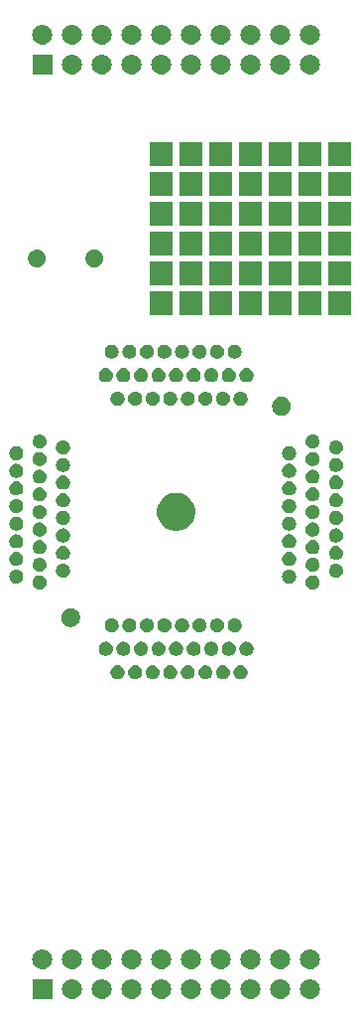
<source format=gbr>
G04 #@! TF.GenerationSoftware,KiCad,Pcbnew,5.0.2-bee76a0~70~ubuntu18.04.1*
G04 #@! TF.CreationDate,2019-07-29T15:00:22+02:00*
G04 #@! TF.ProjectId,stm32f427,73746d33-3266-4343-9237-2e6b69636164,rev?*
G04 #@! TF.SameCoordinates,Original*
G04 #@! TF.FileFunction,Soldermask,Top*
G04 #@! TF.FilePolarity,Negative*
%FSLAX46Y46*%
G04 Gerber Fmt 4.6, Leading zero omitted, Abs format (unit mm)*
G04 Created by KiCad (PCBNEW 5.0.2-bee76a0~70~ubuntu18.04.1) date lun. 29 juil. 2019 15:00:22 CEST*
%MOMM*%
%LPD*%
G01*
G04 APERTURE LIST*
%ADD10C,0.100000*%
G04 APERTURE END LIST*
D10*
G36*
X56046630Y-154102299D02*
X56206855Y-154150903D01*
X56354520Y-154229831D01*
X56483949Y-154336051D01*
X56590169Y-154465480D01*
X56669097Y-154613145D01*
X56717701Y-154773370D01*
X56734112Y-154940000D01*
X56717701Y-155106630D01*
X56669097Y-155266855D01*
X56590169Y-155414520D01*
X56483949Y-155543949D01*
X56354520Y-155650169D01*
X56206855Y-155729097D01*
X56046630Y-155777701D01*
X55921752Y-155790000D01*
X55838248Y-155790000D01*
X55713370Y-155777701D01*
X55553145Y-155729097D01*
X55405480Y-155650169D01*
X55276051Y-155543949D01*
X55169831Y-155414520D01*
X55090903Y-155266855D01*
X55042299Y-155106630D01*
X55025888Y-154940000D01*
X55042299Y-154773370D01*
X55090903Y-154613145D01*
X55169831Y-154465480D01*
X55276051Y-154336051D01*
X55405480Y-154229831D01*
X55553145Y-154150903D01*
X55713370Y-154102299D01*
X55838248Y-154090000D01*
X55921752Y-154090000D01*
X56046630Y-154102299D01*
X56046630Y-154102299D01*
G37*
G36*
X73826630Y-154102299D02*
X73986855Y-154150903D01*
X74134520Y-154229831D01*
X74263949Y-154336051D01*
X74370169Y-154465480D01*
X74449097Y-154613145D01*
X74497701Y-154773370D01*
X74514112Y-154940000D01*
X74497701Y-155106630D01*
X74449097Y-155266855D01*
X74370169Y-155414520D01*
X74263949Y-155543949D01*
X74134520Y-155650169D01*
X73986855Y-155729097D01*
X73826630Y-155777701D01*
X73701752Y-155790000D01*
X73618248Y-155790000D01*
X73493370Y-155777701D01*
X73333145Y-155729097D01*
X73185480Y-155650169D01*
X73056051Y-155543949D01*
X72949831Y-155414520D01*
X72870903Y-155266855D01*
X72822299Y-155106630D01*
X72805888Y-154940000D01*
X72822299Y-154773370D01*
X72870903Y-154613145D01*
X72949831Y-154465480D01*
X73056051Y-154336051D01*
X73185480Y-154229831D01*
X73333145Y-154150903D01*
X73493370Y-154102299D01*
X73618248Y-154090000D01*
X73701752Y-154090000D01*
X73826630Y-154102299D01*
X73826630Y-154102299D01*
G37*
G36*
X71286630Y-154102299D02*
X71446855Y-154150903D01*
X71594520Y-154229831D01*
X71723949Y-154336051D01*
X71830169Y-154465480D01*
X71909097Y-154613145D01*
X71957701Y-154773370D01*
X71974112Y-154940000D01*
X71957701Y-155106630D01*
X71909097Y-155266855D01*
X71830169Y-155414520D01*
X71723949Y-155543949D01*
X71594520Y-155650169D01*
X71446855Y-155729097D01*
X71286630Y-155777701D01*
X71161752Y-155790000D01*
X71078248Y-155790000D01*
X70953370Y-155777701D01*
X70793145Y-155729097D01*
X70645480Y-155650169D01*
X70516051Y-155543949D01*
X70409831Y-155414520D01*
X70330903Y-155266855D01*
X70282299Y-155106630D01*
X70265888Y-154940000D01*
X70282299Y-154773370D01*
X70330903Y-154613145D01*
X70409831Y-154465480D01*
X70516051Y-154336051D01*
X70645480Y-154229831D01*
X70793145Y-154150903D01*
X70953370Y-154102299D01*
X71078248Y-154090000D01*
X71161752Y-154090000D01*
X71286630Y-154102299D01*
X71286630Y-154102299D01*
G37*
G36*
X68746630Y-154102299D02*
X68906855Y-154150903D01*
X69054520Y-154229831D01*
X69183949Y-154336051D01*
X69290169Y-154465480D01*
X69369097Y-154613145D01*
X69417701Y-154773370D01*
X69434112Y-154940000D01*
X69417701Y-155106630D01*
X69369097Y-155266855D01*
X69290169Y-155414520D01*
X69183949Y-155543949D01*
X69054520Y-155650169D01*
X68906855Y-155729097D01*
X68746630Y-155777701D01*
X68621752Y-155790000D01*
X68538248Y-155790000D01*
X68413370Y-155777701D01*
X68253145Y-155729097D01*
X68105480Y-155650169D01*
X67976051Y-155543949D01*
X67869831Y-155414520D01*
X67790903Y-155266855D01*
X67742299Y-155106630D01*
X67725888Y-154940000D01*
X67742299Y-154773370D01*
X67790903Y-154613145D01*
X67869831Y-154465480D01*
X67976051Y-154336051D01*
X68105480Y-154229831D01*
X68253145Y-154150903D01*
X68413370Y-154102299D01*
X68538248Y-154090000D01*
X68621752Y-154090000D01*
X68746630Y-154102299D01*
X68746630Y-154102299D01*
G37*
G36*
X66206630Y-154102299D02*
X66366855Y-154150903D01*
X66514520Y-154229831D01*
X66643949Y-154336051D01*
X66750169Y-154465480D01*
X66829097Y-154613145D01*
X66877701Y-154773370D01*
X66894112Y-154940000D01*
X66877701Y-155106630D01*
X66829097Y-155266855D01*
X66750169Y-155414520D01*
X66643949Y-155543949D01*
X66514520Y-155650169D01*
X66366855Y-155729097D01*
X66206630Y-155777701D01*
X66081752Y-155790000D01*
X65998248Y-155790000D01*
X65873370Y-155777701D01*
X65713145Y-155729097D01*
X65565480Y-155650169D01*
X65436051Y-155543949D01*
X65329831Y-155414520D01*
X65250903Y-155266855D01*
X65202299Y-155106630D01*
X65185888Y-154940000D01*
X65202299Y-154773370D01*
X65250903Y-154613145D01*
X65329831Y-154465480D01*
X65436051Y-154336051D01*
X65565480Y-154229831D01*
X65713145Y-154150903D01*
X65873370Y-154102299D01*
X65998248Y-154090000D01*
X66081752Y-154090000D01*
X66206630Y-154102299D01*
X66206630Y-154102299D01*
G37*
G36*
X63666630Y-154102299D02*
X63826855Y-154150903D01*
X63974520Y-154229831D01*
X64103949Y-154336051D01*
X64210169Y-154465480D01*
X64289097Y-154613145D01*
X64337701Y-154773370D01*
X64354112Y-154940000D01*
X64337701Y-155106630D01*
X64289097Y-155266855D01*
X64210169Y-155414520D01*
X64103949Y-155543949D01*
X63974520Y-155650169D01*
X63826855Y-155729097D01*
X63666630Y-155777701D01*
X63541752Y-155790000D01*
X63458248Y-155790000D01*
X63333370Y-155777701D01*
X63173145Y-155729097D01*
X63025480Y-155650169D01*
X62896051Y-155543949D01*
X62789831Y-155414520D01*
X62710903Y-155266855D01*
X62662299Y-155106630D01*
X62645888Y-154940000D01*
X62662299Y-154773370D01*
X62710903Y-154613145D01*
X62789831Y-154465480D01*
X62896051Y-154336051D01*
X63025480Y-154229831D01*
X63173145Y-154150903D01*
X63333370Y-154102299D01*
X63458248Y-154090000D01*
X63541752Y-154090000D01*
X63666630Y-154102299D01*
X63666630Y-154102299D01*
G37*
G36*
X51650000Y-155790000D02*
X49950000Y-155790000D01*
X49950000Y-154090000D01*
X51650000Y-154090000D01*
X51650000Y-155790000D01*
X51650000Y-155790000D01*
G37*
G36*
X61126630Y-154102299D02*
X61286855Y-154150903D01*
X61434520Y-154229831D01*
X61563949Y-154336051D01*
X61670169Y-154465480D01*
X61749097Y-154613145D01*
X61797701Y-154773370D01*
X61814112Y-154940000D01*
X61797701Y-155106630D01*
X61749097Y-155266855D01*
X61670169Y-155414520D01*
X61563949Y-155543949D01*
X61434520Y-155650169D01*
X61286855Y-155729097D01*
X61126630Y-155777701D01*
X61001752Y-155790000D01*
X60918248Y-155790000D01*
X60793370Y-155777701D01*
X60633145Y-155729097D01*
X60485480Y-155650169D01*
X60356051Y-155543949D01*
X60249831Y-155414520D01*
X60170903Y-155266855D01*
X60122299Y-155106630D01*
X60105888Y-154940000D01*
X60122299Y-154773370D01*
X60170903Y-154613145D01*
X60249831Y-154465480D01*
X60356051Y-154336051D01*
X60485480Y-154229831D01*
X60633145Y-154150903D01*
X60793370Y-154102299D01*
X60918248Y-154090000D01*
X61001752Y-154090000D01*
X61126630Y-154102299D01*
X61126630Y-154102299D01*
G37*
G36*
X58586630Y-154102299D02*
X58746855Y-154150903D01*
X58894520Y-154229831D01*
X59023949Y-154336051D01*
X59130169Y-154465480D01*
X59209097Y-154613145D01*
X59257701Y-154773370D01*
X59274112Y-154940000D01*
X59257701Y-155106630D01*
X59209097Y-155266855D01*
X59130169Y-155414520D01*
X59023949Y-155543949D01*
X58894520Y-155650169D01*
X58746855Y-155729097D01*
X58586630Y-155777701D01*
X58461752Y-155790000D01*
X58378248Y-155790000D01*
X58253370Y-155777701D01*
X58093145Y-155729097D01*
X57945480Y-155650169D01*
X57816051Y-155543949D01*
X57709831Y-155414520D01*
X57630903Y-155266855D01*
X57582299Y-155106630D01*
X57565888Y-154940000D01*
X57582299Y-154773370D01*
X57630903Y-154613145D01*
X57709831Y-154465480D01*
X57816051Y-154336051D01*
X57945480Y-154229831D01*
X58093145Y-154150903D01*
X58253370Y-154102299D01*
X58378248Y-154090000D01*
X58461752Y-154090000D01*
X58586630Y-154102299D01*
X58586630Y-154102299D01*
G37*
G36*
X53506630Y-154102299D02*
X53666855Y-154150903D01*
X53814520Y-154229831D01*
X53943949Y-154336051D01*
X54050169Y-154465480D01*
X54129097Y-154613145D01*
X54177701Y-154773370D01*
X54194112Y-154940000D01*
X54177701Y-155106630D01*
X54129097Y-155266855D01*
X54050169Y-155414520D01*
X53943949Y-155543949D01*
X53814520Y-155650169D01*
X53666855Y-155729097D01*
X53506630Y-155777701D01*
X53381752Y-155790000D01*
X53298248Y-155790000D01*
X53173370Y-155777701D01*
X53013145Y-155729097D01*
X52865480Y-155650169D01*
X52736051Y-155543949D01*
X52629831Y-155414520D01*
X52550903Y-155266855D01*
X52502299Y-155106630D01*
X52485888Y-154940000D01*
X52502299Y-154773370D01*
X52550903Y-154613145D01*
X52629831Y-154465480D01*
X52736051Y-154336051D01*
X52865480Y-154229831D01*
X53013145Y-154150903D01*
X53173370Y-154102299D01*
X53298248Y-154090000D01*
X53381752Y-154090000D01*
X53506630Y-154102299D01*
X53506630Y-154102299D01*
G37*
G36*
X63666630Y-151562299D02*
X63826855Y-151610903D01*
X63974520Y-151689831D01*
X64103949Y-151796051D01*
X64210169Y-151925480D01*
X64289097Y-152073145D01*
X64337701Y-152233370D01*
X64354112Y-152400000D01*
X64337701Y-152566630D01*
X64289097Y-152726855D01*
X64210169Y-152874520D01*
X64103949Y-153003949D01*
X63974520Y-153110169D01*
X63826855Y-153189097D01*
X63666630Y-153237701D01*
X63541752Y-153250000D01*
X63458248Y-153250000D01*
X63333370Y-153237701D01*
X63173145Y-153189097D01*
X63025480Y-153110169D01*
X62896051Y-153003949D01*
X62789831Y-152874520D01*
X62710903Y-152726855D01*
X62662299Y-152566630D01*
X62645888Y-152400000D01*
X62662299Y-152233370D01*
X62710903Y-152073145D01*
X62789831Y-151925480D01*
X62896051Y-151796051D01*
X63025480Y-151689831D01*
X63173145Y-151610903D01*
X63333370Y-151562299D01*
X63458248Y-151550000D01*
X63541752Y-151550000D01*
X63666630Y-151562299D01*
X63666630Y-151562299D01*
G37*
G36*
X58586630Y-151562299D02*
X58746855Y-151610903D01*
X58894520Y-151689831D01*
X59023949Y-151796051D01*
X59130169Y-151925480D01*
X59209097Y-152073145D01*
X59257701Y-152233370D01*
X59274112Y-152400000D01*
X59257701Y-152566630D01*
X59209097Y-152726855D01*
X59130169Y-152874520D01*
X59023949Y-153003949D01*
X58894520Y-153110169D01*
X58746855Y-153189097D01*
X58586630Y-153237701D01*
X58461752Y-153250000D01*
X58378248Y-153250000D01*
X58253370Y-153237701D01*
X58093145Y-153189097D01*
X57945480Y-153110169D01*
X57816051Y-153003949D01*
X57709831Y-152874520D01*
X57630903Y-152726855D01*
X57582299Y-152566630D01*
X57565888Y-152400000D01*
X57582299Y-152233370D01*
X57630903Y-152073145D01*
X57709831Y-151925480D01*
X57816051Y-151796051D01*
X57945480Y-151689831D01*
X58093145Y-151610903D01*
X58253370Y-151562299D01*
X58378248Y-151550000D01*
X58461752Y-151550000D01*
X58586630Y-151562299D01*
X58586630Y-151562299D01*
G37*
G36*
X61126630Y-151562299D02*
X61286855Y-151610903D01*
X61434520Y-151689831D01*
X61563949Y-151796051D01*
X61670169Y-151925480D01*
X61749097Y-152073145D01*
X61797701Y-152233370D01*
X61814112Y-152400000D01*
X61797701Y-152566630D01*
X61749097Y-152726855D01*
X61670169Y-152874520D01*
X61563949Y-153003949D01*
X61434520Y-153110169D01*
X61286855Y-153189097D01*
X61126630Y-153237701D01*
X61001752Y-153250000D01*
X60918248Y-153250000D01*
X60793370Y-153237701D01*
X60633145Y-153189097D01*
X60485480Y-153110169D01*
X60356051Y-153003949D01*
X60249831Y-152874520D01*
X60170903Y-152726855D01*
X60122299Y-152566630D01*
X60105888Y-152400000D01*
X60122299Y-152233370D01*
X60170903Y-152073145D01*
X60249831Y-151925480D01*
X60356051Y-151796051D01*
X60485480Y-151689831D01*
X60633145Y-151610903D01*
X60793370Y-151562299D01*
X60918248Y-151550000D01*
X61001752Y-151550000D01*
X61126630Y-151562299D01*
X61126630Y-151562299D01*
G37*
G36*
X66206630Y-151562299D02*
X66366855Y-151610903D01*
X66514520Y-151689831D01*
X66643949Y-151796051D01*
X66750169Y-151925480D01*
X66829097Y-152073145D01*
X66877701Y-152233370D01*
X66894112Y-152400000D01*
X66877701Y-152566630D01*
X66829097Y-152726855D01*
X66750169Y-152874520D01*
X66643949Y-153003949D01*
X66514520Y-153110169D01*
X66366855Y-153189097D01*
X66206630Y-153237701D01*
X66081752Y-153250000D01*
X65998248Y-153250000D01*
X65873370Y-153237701D01*
X65713145Y-153189097D01*
X65565480Y-153110169D01*
X65436051Y-153003949D01*
X65329831Y-152874520D01*
X65250903Y-152726855D01*
X65202299Y-152566630D01*
X65185888Y-152400000D01*
X65202299Y-152233370D01*
X65250903Y-152073145D01*
X65329831Y-151925480D01*
X65436051Y-151796051D01*
X65565480Y-151689831D01*
X65713145Y-151610903D01*
X65873370Y-151562299D01*
X65998248Y-151550000D01*
X66081752Y-151550000D01*
X66206630Y-151562299D01*
X66206630Y-151562299D01*
G37*
G36*
X68746630Y-151562299D02*
X68906855Y-151610903D01*
X69054520Y-151689831D01*
X69183949Y-151796051D01*
X69290169Y-151925480D01*
X69369097Y-152073145D01*
X69417701Y-152233370D01*
X69434112Y-152400000D01*
X69417701Y-152566630D01*
X69369097Y-152726855D01*
X69290169Y-152874520D01*
X69183949Y-153003949D01*
X69054520Y-153110169D01*
X68906855Y-153189097D01*
X68746630Y-153237701D01*
X68621752Y-153250000D01*
X68538248Y-153250000D01*
X68413370Y-153237701D01*
X68253145Y-153189097D01*
X68105480Y-153110169D01*
X67976051Y-153003949D01*
X67869831Y-152874520D01*
X67790903Y-152726855D01*
X67742299Y-152566630D01*
X67725888Y-152400000D01*
X67742299Y-152233370D01*
X67790903Y-152073145D01*
X67869831Y-151925480D01*
X67976051Y-151796051D01*
X68105480Y-151689831D01*
X68253145Y-151610903D01*
X68413370Y-151562299D01*
X68538248Y-151550000D01*
X68621752Y-151550000D01*
X68746630Y-151562299D01*
X68746630Y-151562299D01*
G37*
G36*
X71286630Y-151562299D02*
X71446855Y-151610903D01*
X71594520Y-151689831D01*
X71723949Y-151796051D01*
X71830169Y-151925480D01*
X71909097Y-152073145D01*
X71957701Y-152233370D01*
X71974112Y-152400000D01*
X71957701Y-152566630D01*
X71909097Y-152726855D01*
X71830169Y-152874520D01*
X71723949Y-153003949D01*
X71594520Y-153110169D01*
X71446855Y-153189097D01*
X71286630Y-153237701D01*
X71161752Y-153250000D01*
X71078248Y-153250000D01*
X70953370Y-153237701D01*
X70793145Y-153189097D01*
X70645480Y-153110169D01*
X70516051Y-153003949D01*
X70409831Y-152874520D01*
X70330903Y-152726855D01*
X70282299Y-152566630D01*
X70265888Y-152400000D01*
X70282299Y-152233370D01*
X70330903Y-152073145D01*
X70409831Y-151925480D01*
X70516051Y-151796051D01*
X70645480Y-151689831D01*
X70793145Y-151610903D01*
X70953370Y-151562299D01*
X71078248Y-151550000D01*
X71161752Y-151550000D01*
X71286630Y-151562299D01*
X71286630Y-151562299D01*
G37*
G36*
X73826630Y-151562299D02*
X73986855Y-151610903D01*
X74134520Y-151689831D01*
X74263949Y-151796051D01*
X74370169Y-151925480D01*
X74449097Y-152073145D01*
X74497701Y-152233370D01*
X74514112Y-152400000D01*
X74497701Y-152566630D01*
X74449097Y-152726855D01*
X74370169Y-152874520D01*
X74263949Y-153003949D01*
X74134520Y-153110169D01*
X73986855Y-153189097D01*
X73826630Y-153237701D01*
X73701752Y-153250000D01*
X73618248Y-153250000D01*
X73493370Y-153237701D01*
X73333145Y-153189097D01*
X73185480Y-153110169D01*
X73056051Y-153003949D01*
X72949831Y-152874520D01*
X72870903Y-152726855D01*
X72822299Y-152566630D01*
X72805888Y-152400000D01*
X72822299Y-152233370D01*
X72870903Y-152073145D01*
X72949831Y-151925480D01*
X73056051Y-151796051D01*
X73185480Y-151689831D01*
X73333145Y-151610903D01*
X73493370Y-151562299D01*
X73618248Y-151550000D01*
X73701752Y-151550000D01*
X73826630Y-151562299D01*
X73826630Y-151562299D01*
G37*
G36*
X56046630Y-151562299D02*
X56206855Y-151610903D01*
X56354520Y-151689831D01*
X56483949Y-151796051D01*
X56590169Y-151925480D01*
X56669097Y-152073145D01*
X56717701Y-152233370D01*
X56734112Y-152400000D01*
X56717701Y-152566630D01*
X56669097Y-152726855D01*
X56590169Y-152874520D01*
X56483949Y-153003949D01*
X56354520Y-153110169D01*
X56206855Y-153189097D01*
X56046630Y-153237701D01*
X55921752Y-153250000D01*
X55838248Y-153250000D01*
X55713370Y-153237701D01*
X55553145Y-153189097D01*
X55405480Y-153110169D01*
X55276051Y-153003949D01*
X55169831Y-152874520D01*
X55090903Y-152726855D01*
X55042299Y-152566630D01*
X55025888Y-152400000D01*
X55042299Y-152233370D01*
X55090903Y-152073145D01*
X55169831Y-151925480D01*
X55276051Y-151796051D01*
X55405480Y-151689831D01*
X55553145Y-151610903D01*
X55713370Y-151562299D01*
X55838248Y-151550000D01*
X55921752Y-151550000D01*
X56046630Y-151562299D01*
X56046630Y-151562299D01*
G37*
G36*
X53506630Y-151562299D02*
X53666855Y-151610903D01*
X53814520Y-151689831D01*
X53943949Y-151796051D01*
X54050169Y-151925480D01*
X54129097Y-152073145D01*
X54177701Y-152233370D01*
X54194112Y-152400000D01*
X54177701Y-152566630D01*
X54129097Y-152726855D01*
X54050169Y-152874520D01*
X53943949Y-153003949D01*
X53814520Y-153110169D01*
X53666855Y-153189097D01*
X53506630Y-153237701D01*
X53381752Y-153250000D01*
X53298248Y-153250000D01*
X53173370Y-153237701D01*
X53013145Y-153189097D01*
X52865480Y-153110169D01*
X52736051Y-153003949D01*
X52629831Y-152874520D01*
X52550903Y-152726855D01*
X52502299Y-152566630D01*
X52485888Y-152400000D01*
X52502299Y-152233370D01*
X52550903Y-152073145D01*
X52629831Y-151925480D01*
X52736051Y-151796051D01*
X52865480Y-151689831D01*
X53013145Y-151610903D01*
X53173370Y-151562299D01*
X53298248Y-151550000D01*
X53381752Y-151550000D01*
X53506630Y-151562299D01*
X53506630Y-151562299D01*
G37*
G36*
X50966630Y-151562299D02*
X51126855Y-151610903D01*
X51274520Y-151689831D01*
X51403949Y-151796051D01*
X51510169Y-151925480D01*
X51589097Y-152073145D01*
X51637701Y-152233370D01*
X51654112Y-152400000D01*
X51637701Y-152566630D01*
X51589097Y-152726855D01*
X51510169Y-152874520D01*
X51403949Y-153003949D01*
X51274520Y-153110169D01*
X51126855Y-153189097D01*
X50966630Y-153237701D01*
X50841752Y-153250000D01*
X50758248Y-153250000D01*
X50633370Y-153237701D01*
X50473145Y-153189097D01*
X50325480Y-153110169D01*
X50196051Y-153003949D01*
X50089831Y-152874520D01*
X50010903Y-152726855D01*
X49962299Y-152566630D01*
X49945888Y-152400000D01*
X49962299Y-152233370D01*
X50010903Y-152073145D01*
X50089831Y-151925480D01*
X50196051Y-151796051D01*
X50325480Y-151689831D01*
X50473145Y-151610903D01*
X50633370Y-151562299D01*
X50758248Y-151550000D01*
X50841752Y-151550000D01*
X50966630Y-151562299D01*
X50966630Y-151562299D01*
G37*
G36*
X61905012Y-127373057D02*
X62014207Y-127418287D01*
X62112481Y-127483952D01*
X62196048Y-127567519D01*
X62261713Y-127665793D01*
X62306943Y-127774988D01*
X62330000Y-127890904D01*
X62330000Y-128009096D01*
X62306943Y-128125012D01*
X62261713Y-128234207D01*
X62196048Y-128332481D01*
X62112481Y-128416048D01*
X62014207Y-128481713D01*
X61905012Y-128526943D01*
X61789096Y-128550000D01*
X61670904Y-128550000D01*
X61554988Y-128526943D01*
X61445793Y-128481713D01*
X61347519Y-128416048D01*
X61263952Y-128332481D01*
X61198287Y-128234207D01*
X61153057Y-128125012D01*
X61130000Y-128009096D01*
X61130000Y-127890904D01*
X61153057Y-127774988D01*
X61198287Y-127665793D01*
X61263952Y-127567519D01*
X61347519Y-127483952D01*
X61445793Y-127418287D01*
X61554988Y-127373057D01*
X61670904Y-127350000D01*
X61789096Y-127350000D01*
X61905012Y-127373057D01*
X61905012Y-127373057D01*
G37*
G36*
X66405012Y-127373057D02*
X66514207Y-127418287D01*
X66612481Y-127483952D01*
X66696048Y-127567519D01*
X66761713Y-127665793D01*
X66806943Y-127774988D01*
X66830000Y-127890904D01*
X66830000Y-128009096D01*
X66806943Y-128125012D01*
X66761713Y-128234207D01*
X66696048Y-128332481D01*
X66612481Y-128416048D01*
X66514207Y-128481713D01*
X66405012Y-128526943D01*
X66289096Y-128550000D01*
X66170904Y-128550000D01*
X66054988Y-128526943D01*
X65945793Y-128481713D01*
X65847519Y-128416048D01*
X65763952Y-128332481D01*
X65698287Y-128234207D01*
X65653057Y-128125012D01*
X65630000Y-128009096D01*
X65630000Y-127890904D01*
X65653057Y-127774988D01*
X65698287Y-127665793D01*
X65763952Y-127567519D01*
X65847519Y-127483952D01*
X65945793Y-127418287D01*
X66054988Y-127373057D01*
X66170904Y-127350000D01*
X66289096Y-127350000D01*
X66405012Y-127373057D01*
X66405012Y-127373057D01*
G37*
G36*
X63405012Y-127373057D02*
X63514207Y-127418287D01*
X63612481Y-127483952D01*
X63696048Y-127567519D01*
X63761713Y-127665793D01*
X63806943Y-127774988D01*
X63830000Y-127890904D01*
X63830000Y-128009096D01*
X63806943Y-128125012D01*
X63761713Y-128234207D01*
X63696048Y-128332481D01*
X63612481Y-128416048D01*
X63514207Y-128481713D01*
X63405012Y-128526943D01*
X63289096Y-128550000D01*
X63170904Y-128550000D01*
X63054988Y-128526943D01*
X62945793Y-128481713D01*
X62847519Y-128416048D01*
X62763952Y-128332481D01*
X62698287Y-128234207D01*
X62653057Y-128125012D01*
X62630000Y-128009096D01*
X62630000Y-127890904D01*
X62653057Y-127774988D01*
X62698287Y-127665793D01*
X62763952Y-127567519D01*
X62847519Y-127483952D01*
X62945793Y-127418287D01*
X63054988Y-127373057D01*
X63170904Y-127350000D01*
X63289096Y-127350000D01*
X63405012Y-127373057D01*
X63405012Y-127373057D01*
G37*
G36*
X67905012Y-127373057D02*
X68014207Y-127418287D01*
X68112481Y-127483952D01*
X68196048Y-127567519D01*
X68261713Y-127665793D01*
X68306943Y-127774988D01*
X68330000Y-127890904D01*
X68330000Y-128009096D01*
X68306943Y-128125012D01*
X68261713Y-128234207D01*
X68196048Y-128332481D01*
X68112481Y-128416048D01*
X68014207Y-128481713D01*
X67905012Y-128526943D01*
X67789096Y-128550000D01*
X67670904Y-128550000D01*
X67554988Y-128526943D01*
X67445793Y-128481713D01*
X67347519Y-128416048D01*
X67263952Y-128332481D01*
X67198287Y-128234207D01*
X67153057Y-128125012D01*
X67130000Y-128009096D01*
X67130000Y-127890904D01*
X67153057Y-127774988D01*
X67198287Y-127665793D01*
X67263952Y-127567519D01*
X67347519Y-127483952D01*
X67445793Y-127418287D01*
X67554988Y-127373057D01*
X67670904Y-127350000D01*
X67789096Y-127350000D01*
X67905012Y-127373057D01*
X67905012Y-127373057D01*
G37*
G36*
X57405012Y-127373057D02*
X57514207Y-127418287D01*
X57612481Y-127483952D01*
X57696048Y-127567519D01*
X57761713Y-127665793D01*
X57806943Y-127774988D01*
X57830000Y-127890904D01*
X57830000Y-128009096D01*
X57806943Y-128125012D01*
X57761713Y-128234207D01*
X57696048Y-128332481D01*
X57612481Y-128416048D01*
X57514207Y-128481713D01*
X57405012Y-128526943D01*
X57289096Y-128550000D01*
X57170904Y-128550000D01*
X57054988Y-128526943D01*
X56945793Y-128481713D01*
X56847519Y-128416048D01*
X56763952Y-128332481D01*
X56698287Y-128234207D01*
X56653057Y-128125012D01*
X56630000Y-128009096D01*
X56630000Y-127890904D01*
X56653057Y-127774988D01*
X56698287Y-127665793D01*
X56763952Y-127567519D01*
X56847519Y-127483952D01*
X56945793Y-127418287D01*
X57054988Y-127373057D01*
X57170904Y-127350000D01*
X57289096Y-127350000D01*
X57405012Y-127373057D01*
X57405012Y-127373057D01*
G37*
G36*
X58905012Y-127373057D02*
X59014207Y-127418287D01*
X59112481Y-127483952D01*
X59196048Y-127567519D01*
X59261713Y-127665793D01*
X59306943Y-127774988D01*
X59330000Y-127890904D01*
X59330000Y-128009096D01*
X59306943Y-128125012D01*
X59261713Y-128234207D01*
X59196048Y-128332481D01*
X59112481Y-128416048D01*
X59014207Y-128481713D01*
X58905012Y-128526943D01*
X58789096Y-128550000D01*
X58670904Y-128550000D01*
X58554988Y-128526943D01*
X58445793Y-128481713D01*
X58347519Y-128416048D01*
X58263952Y-128332481D01*
X58198287Y-128234207D01*
X58153057Y-128125012D01*
X58130000Y-128009096D01*
X58130000Y-127890904D01*
X58153057Y-127774988D01*
X58198287Y-127665793D01*
X58263952Y-127567519D01*
X58347519Y-127483952D01*
X58445793Y-127418287D01*
X58554988Y-127373057D01*
X58670904Y-127350000D01*
X58789096Y-127350000D01*
X58905012Y-127373057D01*
X58905012Y-127373057D01*
G37*
G36*
X64905012Y-127373057D02*
X65014207Y-127418287D01*
X65112481Y-127483952D01*
X65196048Y-127567519D01*
X65261713Y-127665793D01*
X65306943Y-127774988D01*
X65330000Y-127890904D01*
X65330000Y-128009096D01*
X65306943Y-128125012D01*
X65261713Y-128234207D01*
X65196048Y-128332481D01*
X65112481Y-128416048D01*
X65014207Y-128481713D01*
X64905012Y-128526943D01*
X64789096Y-128550000D01*
X64670904Y-128550000D01*
X64554988Y-128526943D01*
X64445793Y-128481713D01*
X64347519Y-128416048D01*
X64263952Y-128332481D01*
X64198287Y-128234207D01*
X64153057Y-128125012D01*
X64130000Y-128009096D01*
X64130000Y-127890904D01*
X64153057Y-127774988D01*
X64198287Y-127665793D01*
X64263952Y-127567519D01*
X64347519Y-127483952D01*
X64445793Y-127418287D01*
X64554988Y-127373057D01*
X64670904Y-127350000D01*
X64789096Y-127350000D01*
X64905012Y-127373057D01*
X64905012Y-127373057D01*
G37*
G36*
X60405012Y-127373057D02*
X60514207Y-127418287D01*
X60612481Y-127483952D01*
X60696048Y-127567519D01*
X60761713Y-127665793D01*
X60806943Y-127774988D01*
X60830000Y-127890904D01*
X60830000Y-128009096D01*
X60806943Y-128125012D01*
X60761713Y-128234207D01*
X60696048Y-128332481D01*
X60612481Y-128416048D01*
X60514207Y-128481713D01*
X60405012Y-128526943D01*
X60289096Y-128550000D01*
X60170904Y-128550000D01*
X60054988Y-128526943D01*
X59945793Y-128481713D01*
X59847519Y-128416048D01*
X59763952Y-128332481D01*
X59698287Y-128234207D01*
X59653057Y-128125012D01*
X59630000Y-128009096D01*
X59630000Y-127890904D01*
X59653057Y-127774988D01*
X59698287Y-127665793D01*
X59763952Y-127567519D01*
X59847519Y-127483952D01*
X59945793Y-127418287D01*
X60054988Y-127373057D01*
X60170904Y-127350000D01*
X60289096Y-127350000D01*
X60405012Y-127373057D01*
X60405012Y-127373057D01*
G37*
G36*
X59405012Y-125373057D02*
X59514207Y-125418287D01*
X59612481Y-125483952D01*
X59696048Y-125567519D01*
X59761713Y-125665793D01*
X59806943Y-125774988D01*
X59830000Y-125890904D01*
X59830000Y-126009096D01*
X59806943Y-126125012D01*
X59761713Y-126234207D01*
X59696048Y-126332481D01*
X59612481Y-126416048D01*
X59514207Y-126481713D01*
X59405012Y-126526943D01*
X59289096Y-126550000D01*
X59170904Y-126550000D01*
X59054988Y-126526943D01*
X58945793Y-126481713D01*
X58847519Y-126416048D01*
X58763952Y-126332481D01*
X58698287Y-126234207D01*
X58653057Y-126125012D01*
X58630000Y-126009096D01*
X58630000Y-125890904D01*
X58653057Y-125774988D01*
X58698287Y-125665793D01*
X58763952Y-125567519D01*
X58847519Y-125483952D01*
X58945793Y-125418287D01*
X59054988Y-125373057D01*
X59170904Y-125350000D01*
X59289096Y-125350000D01*
X59405012Y-125373057D01*
X59405012Y-125373057D01*
G37*
G36*
X57905012Y-125373057D02*
X58014207Y-125418287D01*
X58112481Y-125483952D01*
X58196048Y-125567519D01*
X58261713Y-125665793D01*
X58306943Y-125774988D01*
X58330000Y-125890904D01*
X58330000Y-126009096D01*
X58306943Y-126125012D01*
X58261713Y-126234207D01*
X58196048Y-126332481D01*
X58112481Y-126416048D01*
X58014207Y-126481713D01*
X57905012Y-126526943D01*
X57789096Y-126550000D01*
X57670904Y-126550000D01*
X57554988Y-126526943D01*
X57445793Y-126481713D01*
X57347519Y-126416048D01*
X57263952Y-126332481D01*
X57198287Y-126234207D01*
X57153057Y-126125012D01*
X57130000Y-126009096D01*
X57130000Y-125890904D01*
X57153057Y-125774988D01*
X57198287Y-125665793D01*
X57263952Y-125567519D01*
X57347519Y-125483952D01*
X57445793Y-125418287D01*
X57554988Y-125373057D01*
X57670904Y-125350000D01*
X57789096Y-125350000D01*
X57905012Y-125373057D01*
X57905012Y-125373057D01*
G37*
G36*
X56405012Y-125373057D02*
X56514207Y-125418287D01*
X56612481Y-125483952D01*
X56696048Y-125567519D01*
X56761713Y-125665793D01*
X56806943Y-125774988D01*
X56830000Y-125890904D01*
X56830000Y-126009096D01*
X56806943Y-126125012D01*
X56761713Y-126234207D01*
X56696048Y-126332481D01*
X56612481Y-126416048D01*
X56514207Y-126481713D01*
X56405012Y-126526943D01*
X56289096Y-126550000D01*
X56170904Y-126550000D01*
X56054988Y-126526943D01*
X55945793Y-126481713D01*
X55847519Y-126416048D01*
X55763952Y-126332481D01*
X55698287Y-126234207D01*
X55653057Y-126125012D01*
X55630000Y-126009096D01*
X55630000Y-125890904D01*
X55653057Y-125774988D01*
X55698287Y-125665793D01*
X55763952Y-125567519D01*
X55847519Y-125483952D01*
X55945793Y-125418287D01*
X56054988Y-125373057D01*
X56170904Y-125350000D01*
X56289096Y-125350000D01*
X56405012Y-125373057D01*
X56405012Y-125373057D01*
G37*
G36*
X63905012Y-125373057D02*
X64014207Y-125418287D01*
X64112481Y-125483952D01*
X64196048Y-125567519D01*
X64261713Y-125665793D01*
X64306943Y-125774988D01*
X64330000Y-125890904D01*
X64330000Y-126009096D01*
X64306943Y-126125012D01*
X64261713Y-126234207D01*
X64196048Y-126332481D01*
X64112481Y-126416048D01*
X64014207Y-126481713D01*
X63905012Y-126526943D01*
X63789096Y-126550000D01*
X63670904Y-126550000D01*
X63554988Y-126526943D01*
X63445793Y-126481713D01*
X63347519Y-126416048D01*
X63263952Y-126332481D01*
X63198287Y-126234207D01*
X63153057Y-126125012D01*
X63130000Y-126009096D01*
X63130000Y-125890904D01*
X63153057Y-125774988D01*
X63198287Y-125665793D01*
X63263952Y-125567519D01*
X63347519Y-125483952D01*
X63445793Y-125418287D01*
X63554988Y-125373057D01*
X63670904Y-125350000D01*
X63789096Y-125350000D01*
X63905012Y-125373057D01*
X63905012Y-125373057D01*
G37*
G36*
X65405012Y-125373057D02*
X65514207Y-125418287D01*
X65612481Y-125483952D01*
X65696048Y-125567519D01*
X65761713Y-125665793D01*
X65806943Y-125774988D01*
X65830000Y-125890904D01*
X65830000Y-126009096D01*
X65806943Y-126125012D01*
X65761713Y-126234207D01*
X65696048Y-126332481D01*
X65612481Y-126416048D01*
X65514207Y-126481713D01*
X65405012Y-126526943D01*
X65289096Y-126550000D01*
X65170904Y-126550000D01*
X65054988Y-126526943D01*
X64945793Y-126481713D01*
X64847519Y-126416048D01*
X64763952Y-126332481D01*
X64698287Y-126234207D01*
X64653057Y-126125012D01*
X64630000Y-126009096D01*
X64630000Y-125890904D01*
X64653057Y-125774988D01*
X64698287Y-125665793D01*
X64763952Y-125567519D01*
X64847519Y-125483952D01*
X64945793Y-125418287D01*
X65054988Y-125373057D01*
X65170904Y-125350000D01*
X65289096Y-125350000D01*
X65405012Y-125373057D01*
X65405012Y-125373057D01*
G37*
G36*
X66905012Y-125373057D02*
X67014207Y-125418287D01*
X67112481Y-125483952D01*
X67196048Y-125567519D01*
X67261713Y-125665793D01*
X67306943Y-125774988D01*
X67330000Y-125890904D01*
X67330000Y-126009096D01*
X67306943Y-126125012D01*
X67261713Y-126234207D01*
X67196048Y-126332481D01*
X67112481Y-126416048D01*
X67014207Y-126481713D01*
X66905012Y-126526943D01*
X66789096Y-126550000D01*
X66670904Y-126550000D01*
X66554988Y-126526943D01*
X66445793Y-126481713D01*
X66347519Y-126416048D01*
X66263952Y-126332481D01*
X66198287Y-126234207D01*
X66153057Y-126125012D01*
X66130000Y-126009096D01*
X66130000Y-125890904D01*
X66153057Y-125774988D01*
X66198287Y-125665793D01*
X66263952Y-125567519D01*
X66347519Y-125483952D01*
X66445793Y-125418287D01*
X66554988Y-125373057D01*
X66670904Y-125350000D01*
X66789096Y-125350000D01*
X66905012Y-125373057D01*
X66905012Y-125373057D01*
G37*
G36*
X60905012Y-125373057D02*
X61014207Y-125418287D01*
X61112481Y-125483952D01*
X61196048Y-125567519D01*
X61261713Y-125665793D01*
X61306943Y-125774988D01*
X61330000Y-125890904D01*
X61330000Y-126009096D01*
X61306943Y-126125012D01*
X61261713Y-126234207D01*
X61196048Y-126332481D01*
X61112481Y-126416048D01*
X61014207Y-126481713D01*
X60905012Y-126526943D01*
X60789096Y-126550000D01*
X60670904Y-126550000D01*
X60554988Y-126526943D01*
X60445793Y-126481713D01*
X60347519Y-126416048D01*
X60263952Y-126332481D01*
X60198287Y-126234207D01*
X60153057Y-126125012D01*
X60130000Y-126009096D01*
X60130000Y-125890904D01*
X60153057Y-125774988D01*
X60198287Y-125665793D01*
X60263952Y-125567519D01*
X60347519Y-125483952D01*
X60445793Y-125418287D01*
X60554988Y-125373057D01*
X60670904Y-125350000D01*
X60789096Y-125350000D01*
X60905012Y-125373057D01*
X60905012Y-125373057D01*
G37*
G36*
X62405012Y-125373057D02*
X62514207Y-125418287D01*
X62612481Y-125483952D01*
X62696048Y-125567519D01*
X62761713Y-125665793D01*
X62806943Y-125774988D01*
X62830000Y-125890904D01*
X62830000Y-126009096D01*
X62806943Y-126125012D01*
X62761713Y-126234207D01*
X62696048Y-126332481D01*
X62612481Y-126416048D01*
X62514207Y-126481713D01*
X62405012Y-126526943D01*
X62289096Y-126550000D01*
X62170904Y-126550000D01*
X62054988Y-126526943D01*
X61945793Y-126481713D01*
X61847519Y-126416048D01*
X61763952Y-126332481D01*
X61698287Y-126234207D01*
X61653057Y-126125012D01*
X61630000Y-126009096D01*
X61630000Y-125890904D01*
X61653057Y-125774988D01*
X61698287Y-125665793D01*
X61763952Y-125567519D01*
X61847519Y-125483952D01*
X61945793Y-125418287D01*
X62054988Y-125373057D01*
X62170904Y-125350000D01*
X62289096Y-125350000D01*
X62405012Y-125373057D01*
X62405012Y-125373057D01*
G37*
G36*
X68405012Y-125373057D02*
X68514207Y-125418287D01*
X68612481Y-125483952D01*
X68696048Y-125567519D01*
X68761713Y-125665793D01*
X68806943Y-125774988D01*
X68830000Y-125890904D01*
X68830000Y-126009096D01*
X68806943Y-126125012D01*
X68761713Y-126234207D01*
X68696048Y-126332481D01*
X68612481Y-126416048D01*
X68514207Y-126481713D01*
X68405012Y-126526943D01*
X68289096Y-126550000D01*
X68170904Y-126550000D01*
X68054988Y-126526943D01*
X67945793Y-126481713D01*
X67847519Y-126416048D01*
X67763952Y-126332481D01*
X67698287Y-126234207D01*
X67653057Y-126125012D01*
X67630000Y-126009096D01*
X67630000Y-125890904D01*
X67653057Y-125774988D01*
X67698287Y-125665793D01*
X67763952Y-125567519D01*
X67847519Y-125483952D01*
X67945793Y-125418287D01*
X68054988Y-125373057D01*
X68170904Y-125350000D01*
X68289096Y-125350000D01*
X68405012Y-125373057D01*
X68405012Y-125373057D01*
G37*
G36*
X56905012Y-123373057D02*
X57014207Y-123418287D01*
X57112481Y-123483952D01*
X57196048Y-123567519D01*
X57261713Y-123665793D01*
X57306943Y-123774988D01*
X57330000Y-123890904D01*
X57330000Y-124009096D01*
X57306943Y-124125012D01*
X57261713Y-124234207D01*
X57196048Y-124332481D01*
X57112481Y-124416048D01*
X57014207Y-124481713D01*
X56905012Y-124526943D01*
X56789096Y-124550000D01*
X56670904Y-124550000D01*
X56554988Y-124526943D01*
X56445793Y-124481713D01*
X56347519Y-124416048D01*
X56263952Y-124332481D01*
X56198287Y-124234207D01*
X56153057Y-124125012D01*
X56130000Y-124009096D01*
X56130000Y-123890904D01*
X56153057Y-123774988D01*
X56198287Y-123665793D01*
X56263952Y-123567519D01*
X56347519Y-123483952D01*
X56445793Y-123418287D01*
X56554988Y-123373057D01*
X56670904Y-123350000D01*
X56789096Y-123350000D01*
X56905012Y-123373057D01*
X56905012Y-123373057D01*
G37*
G36*
X67405012Y-123373057D02*
X67514207Y-123418287D01*
X67612481Y-123483952D01*
X67696048Y-123567519D01*
X67761713Y-123665793D01*
X67806943Y-123774988D01*
X67830000Y-123890904D01*
X67830000Y-124009096D01*
X67806943Y-124125012D01*
X67761713Y-124234207D01*
X67696048Y-124332481D01*
X67612481Y-124416048D01*
X67514207Y-124481713D01*
X67405012Y-124526943D01*
X67289096Y-124550000D01*
X67170904Y-124550000D01*
X67054988Y-124526943D01*
X66945793Y-124481713D01*
X66847519Y-124416048D01*
X66763952Y-124332481D01*
X66698287Y-124234207D01*
X66653057Y-124125012D01*
X66630000Y-124009096D01*
X66630000Y-123890904D01*
X66653057Y-123774988D01*
X66698287Y-123665793D01*
X66763952Y-123567519D01*
X66847519Y-123483952D01*
X66945793Y-123418287D01*
X67054988Y-123373057D01*
X67170904Y-123350000D01*
X67289096Y-123350000D01*
X67405012Y-123373057D01*
X67405012Y-123373057D01*
G37*
G36*
X65905012Y-123373057D02*
X66014207Y-123418287D01*
X66112481Y-123483952D01*
X66196048Y-123567519D01*
X66261713Y-123665793D01*
X66306943Y-123774988D01*
X66330000Y-123890904D01*
X66330000Y-124009096D01*
X66306943Y-124125012D01*
X66261713Y-124234207D01*
X66196048Y-124332481D01*
X66112481Y-124416048D01*
X66014207Y-124481713D01*
X65905012Y-124526943D01*
X65789096Y-124550000D01*
X65670904Y-124550000D01*
X65554988Y-124526943D01*
X65445793Y-124481713D01*
X65347519Y-124416048D01*
X65263952Y-124332481D01*
X65198287Y-124234207D01*
X65153057Y-124125012D01*
X65130000Y-124009096D01*
X65130000Y-123890904D01*
X65153057Y-123774988D01*
X65198287Y-123665793D01*
X65263952Y-123567519D01*
X65347519Y-123483952D01*
X65445793Y-123418287D01*
X65554988Y-123373057D01*
X65670904Y-123350000D01*
X65789096Y-123350000D01*
X65905012Y-123373057D01*
X65905012Y-123373057D01*
G37*
G36*
X58405012Y-123373057D02*
X58514207Y-123418287D01*
X58612481Y-123483952D01*
X58696048Y-123567519D01*
X58761713Y-123665793D01*
X58806943Y-123774988D01*
X58830000Y-123890904D01*
X58830000Y-124009096D01*
X58806943Y-124125012D01*
X58761713Y-124234207D01*
X58696048Y-124332481D01*
X58612481Y-124416048D01*
X58514207Y-124481713D01*
X58405012Y-124526943D01*
X58289096Y-124550000D01*
X58170904Y-124550000D01*
X58054988Y-124526943D01*
X57945793Y-124481713D01*
X57847519Y-124416048D01*
X57763952Y-124332481D01*
X57698287Y-124234207D01*
X57653057Y-124125012D01*
X57630000Y-124009096D01*
X57630000Y-123890904D01*
X57653057Y-123774988D01*
X57698287Y-123665793D01*
X57763952Y-123567519D01*
X57847519Y-123483952D01*
X57945793Y-123418287D01*
X58054988Y-123373057D01*
X58170904Y-123350000D01*
X58289096Y-123350000D01*
X58405012Y-123373057D01*
X58405012Y-123373057D01*
G37*
G36*
X59905012Y-123373057D02*
X60014207Y-123418287D01*
X60112481Y-123483952D01*
X60196048Y-123567519D01*
X60261713Y-123665793D01*
X60306943Y-123774988D01*
X60330000Y-123890904D01*
X60330000Y-124009096D01*
X60306943Y-124125012D01*
X60261713Y-124234207D01*
X60196048Y-124332481D01*
X60112481Y-124416048D01*
X60014207Y-124481713D01*
X59905012Y-124526943D01*
X59789096Y-124550000D01*
X59670904Y-124550000D01*
X59554988Y-124526943D01*
X59445793Y-124481713D01*
X59347519Y-124416048D01*
X59263952Y-124332481D01*
X59198287Y-124234207D01*
X59153057Y-124125012D01*
X59130000Y-124009096D01*
X59130000Y-123890904D01*
X59153057Y-123774988D01*
X59198287Y-123665793D01*
X59263952Y-123567519D01*
X59347519Y-123483952D01*
X59445793Y-123418287D01*
X59554988Y-123373057D01*
X59670904Y-123350000D01*
X59789096Y-123350000D01*
X59905012Y-123373057D01*
X59905012Y-123373057D01*
G37*
G36*
X64405012Y-123373057D02*
X64514207Y-123418287D01*
X64612481Y-123483952D01*
X64696048Y-123567519D01*
X64761713Y-123665793D01*
X64806943Y-123774988D01*
X64830000Y-123890904D01*
X64830000Y-124009096D01*
X64806943Y-124125012D01*
X64761713Y-124234207D01*
X64696048Y-124332481D01*
X64612481Y-124416048D01*
X64514207Y-124481713D01*
X64405012Y-124526943D01*
X64289096Y-124550000D01*
X64170904Y-124550000D01*
X64054988Y-124526943D01*
X63945793Y-124481713D01*
X63847519Y-124416048D01*
X63763952Y-124332481D01*
X63698287Y-124234207D01*
X63653057Y-124125012D01*
X63630000Y-124009096D01*
X63630000Y-123890904D01*
X63653057Y-123774988D01*
X63698287Y-123665793D01*
X63763952Y-123567519D01*
X63847519Y-123483952D01*
X63945793Y-123418287D01*
X64054988Y-123373057D01*
X64170904Y-123350000D01*
X64289096Y-123350000D01*
X64405012Y-123373057D01*
X64405012Y-123373057D01*
G37*
G36*
X62905012Y-123373057D02*
X63014207Y-123418287D01*
X63112481Y-123483952D01*
X63196048Y-123567519D01*
X63261713Y-123665793D01*
X63306943Y-123774988D01*
X63330000Y-123890904D01*
X63330000Y-124009096D01*
X63306943Y-124125012D01*
X63261713Y-124234207D01*
X63196048Y-124332481D01*
X63112481Y-124416048D01*
X63014207Y-124481713D01*
X62905012Y-124526943D01*
X62789096Y-124550000D01*
X62670904Y-124550000D01*
X62554988Y-124526943D01*
X62445793Y-124481713D01*
X62347519Y-124416048D01*
X62263952Y-124332481D01*
X62198287Y-124234207D01*
X62153057Y-124125012D01*
X62130000Y-124009096D01*
X62130000Y-123890904D01*
X62153057Y-123774988D01*
X62198287Y-123665793D01*
X62263952Y-123567519D01*
X62347519Y-123483952D01*
X62445793Y-123418287D01*
X62554988Y-123373057D01*
X62670904Y-123350000D01*
X62789096Y-123350000D01*
X62905012Y-123373057D01*
X62905012Y-123373057D01*
G37*
G36*
X61405012Y-123373057D02*
X61514207Y-123418287D01*
X61612481Y-123483952D01*
X61696048Y-123567519D01*
X61761713Y-123665793D01*
X61806943Y-123774988D01*
X61830000Y-123890904D01*
X61830000Y-124009096D01*
X61806943Y-124125012D01*
X61761713Y-124234207D01*
X61696048Y-124332481D01*
X61612481Y-124416048D01*
X61514207Y-124481713D01*
X61405012Y-124526943D01*
X61289096Y-124550000D01*
X61170904Y-124550000D01*
X61054988Y-124526943D01*
X60945793Y-124481713D01*
X60847519Y-124416048D01*
X60763952Y-124332481D01*
X60698287Y-124234207D01*
X60653057Y-124125012D01*
X60630000Y-124009096D01*
X60630000Y-123890904D01*
X60653057Y-123774988D01*
X60698287Y-123665793D01*
X60763952Y-123567519D01*
X60847519Y-123483952D01*
X60945793Y-123418287D01*
X61054988Y-123373057D01*
X61170904Y-123350000D01*
X61289096Y-123350000D01*
X61405012Y-123373057D01*
X61405012Y-123373057D01*
G37*
G36*
X53463352Y-122530743D02*
X53608941Y-122591048D01*
X53739973Y-122678601D01*
X53851399Y-122790027D01*
X53938952Y-122921059D01*
X53999257Y-123066648D01*
X54030000Y-123221205D01*
X54030000Y-123378795D01*
X53999257Y-123533352D01*
X53938952Y-123678941D01*
X53851399Y-123809973D01*
X53739973Y-123921399D01*
X53608941Y-124008952D01*
X53463352Y-124069257D01*
X53308795Y-124100000D01*
X53151205Y-124100000D01*
X52996648Y-124069257D01*
X52851059Y-124008952D01*
X52720027Y-123921399D01*
X52608601Y-123809973D01*
X52521048Y-123678941D01*
X52460743Y-123533352D01*
X52430000Y-123378795D01*
X52430000Y-123221205D01*
X52460743Y-123066648D01*
X52521048Y-122921059D01*
X52608601Y-122790027D01*
X52720027Y-122678601D01*
X52851059Y-122591048D01*
X52996648Y-122530743D01*
X53151205Y-122500000D01*
X53308795Y-122500000D01*
X53463352Y-122530743D01*
X53463352Y-122530743D01*
G37*
G36*
X74055012Y-119723057D02*
X74164207Y-119768287D01*
X74262481Y-119833952D01*
X74346048Y-119917519D01*
X74411713Y-120015793D01*
X74456943Y-120124988D01*
X74480000Y-120240904D01*
X74480000Y-120359096D01*
X74456943Y-120475012D01*
X74411713Y-120584207D01*
X74346048Y-120682481D01*
X74262481Y-120766048D01*
X74164207Y-120831713D01*
X74055012Y-120876943D01*
X73939096Y-120900000D01*
X73820904Y-120900000D01*
X73704988Y-120876943D01*
X73595793Y-120831713D01*
X73497519Y-120766048D01*
X73413952Y-120682481D01*
X73348287Y-120584207D01*
X73303057Y-120475012D01*
X73280000Y-120359096D01*
X73280000Y-120240904D01*
X73303057Y-120124988D01*
X73348287Y-120015793D01*
X73413952Y-119917519D01*
X73497519Y-119833952D01*
X73595793Y-119768287D01*
X73704988Y-119723057D01*
X73820904Y-119700000D01*
X73939096Y-119700000D01*
X74055012Y-119723057D01*
X74055012Y-119723057D01*
G37*
G36*
X50755012Y-119723057D02*
X50864207Y-119768287D01*
X50962481Y-119833952D01*
X51046048Y-119917519D01*
X51111713Y-120015793D01*
X51156943Y-120124988D01*
X51180000Y-120240904D01*
X51180000Y-120359096D01*
X51156943Y-120475012D01*
X51111713Y-120584207D01*
X51046048Y-120682481D01*
X50962481Y-120766048D01*
X50864207Y-120831713D01*
X50755012Y-120876943D01*
X50639096Y-120900000D01*
X50520904Y-120900000D01*
X50404988Y-120876943D01*
X50295793Y-120831713D01*
X50197519Y-120766048D01*
X50113952Y-120682481D01*
X50048287Y-120584207D01*
X50003057Y-120475012D01*
X49980000Y-120359096D01*
X49980000Y-120240904D01*
X50003057Y-120124988D01*
X50048287Y-120015793D01*
X50113952Y-119917519D01*
X50197519Y-119833952D01*
X50295793Y-119768287D01*
X50404988Y-119723057D01*
X50520904Y-119700000D01*
X50639096Y-119700000D01*
X50755012Y-119723057D01*
X50755012Y-119723057D01*
G37*
G36*
X72055012Y-119223057D02*
X72164207Y-119268287D01*
X72262481Y-119333952D01*
X72346048Y-119417519D01*
X72411713Y-119515793D01*
X72456943Y-119624988D01*
X72480000Y-119740904D01*
X72480000Y-119859096D01*
X72456943Y-119975012D01*
X72411713Y-120084207D01*
X72346048Y-120182481D01*
X72262481Y-120266048D01*
X72164207Y-120331713D01*
X72055012Y-120376943D01*
X71939096Y-120400000D01*
X71820904Y-120400000D01*
X71704988Y-120376943D01*
X71595793Y-120331713D01*
X71497519Y-120266048D01*
X71413952Y-120182481D01*
X71348287Y-120084207D01*
X71303057Y-119975012D01*
X71280000Y-119859096D01*
X71280000Y-119740904D01*
X71303057Y-119624988D01*
X71348287Y-119515793D01*
X71413952Y-119417519D01*
X71497519Y-119333952D01*
X71595793Y-119268287D01*
X71704988Y-119223057D01*
X71820904Y-119200000D01*
X71939096Y-119200000D01*
X72055012Y-119223057D01*
X72055012Y-119223057D01*
G37*
G36*
X48755012Y-119223057D02*
X48864207Y-119268287D01*
X48962481Y-119333952D01*
X49046048Y-119417519D01*
X49111713Y-119515793D01*
X49156943Y-119624988D01*
X49180000Y-119740904D01*
X49180000Y-119859096D01*
X49156943Y-119975012D01*
X49111713Y-120084207D01*
X49046048Y-120182481D01*
X48962481Y-120266048D01*
X48864207Y-120331713D01*
X48755012Y-120376943D01*
X48639096Y-120400000D01*
X48520904Y-120400000D01*
X48404988Y-120376943D01*
X48295793Y-120331713D01*
X48197519Y-120266048D01*
X48113952Y-120182481D01*
X48048287Y-120084207D01*
X48003057Y-119975012D01*
X47980000Y-119859096D01*
X47980000Y-119740904D01*
X48003057Y-119624988D01*
X48048287Y-119515793D01*
X48113952Y-119417519D01*
X48197519Y-119333952D01*
X48295793Y-119268287D01*
X48404988Y-119223057D01*
X48520904Y-119200000D01*
X48639096Y-119200000D01*
X48755012Y-119223057D01*
X48755012Y-119223057D01*
G37*
G36*
X76055012Y-118723057D02*
X76164207Y-118768287D01*
X76262481Y-118833952D01*
X76346048Y-118917519D01*
X76411713Y-119015793D01*
X76456943Y-119124988D01*
X76480000Y-119240904D01*
X76480000Y-119359096D01*
X76456943Y-119475012D01*
X76411713Y-119584207D01*
X76346048Y-119682481D01*
X76262481Y-119766048D01*
X76164207Y-119831713D01*
X76055012Y-119876943D01*
X75939096Y-119900000D01*
X75820904Y-119900000D01*
X75704988Y-119876943D01*
X75595793Y-119831713D01*
X75497519Y-119766048D01*
X75413952Y-119682481D01*
X75348287Y-119584207D01*
X75303057Y-119475012D01*
X75280000Y-119359096D01*
X75280000Y-119240904D01*
X75303057Y-119124988D01*
X75348287Y-119015793D01*
X75413952Y-118917519D01*
X75497519Y-118833952D01*
X75595793Y-118768287D01*
X75704988Y-118723057D01*
X75820904Y-118700000D01*
X75939096Y-118700000D01*
X76055012Y-118723057D01*
X76055012Y-118723057D01*
G37*
G36*
X52755012Y-118723057D02*
X52864207Y-118768287D01*
X52962481Y-118833952D01*
X53046048Y-118917519D01*
X53111713Y-119015793D01*
X53156943Y-119124988D01*
X53180000Y-119240904D01*
X53180000Y-119359096D01*
X53156943Y-119475012D01*
X53111713Y-119584207D01*
X53046048Y-119682481D01*
X52962481Y-119766048D01*
X52864207Y-119831713D01*
X52755012Y-119876943D01*
X52639096Y-119900000D01*
X52520904Y-119900000D01*
X52404988Y-119876943D01*
X52295793Y-119831713D01*
X52197519Y-119766048D01*
X52113952Y-119682481D01*
X52048287Y-119584207D01*
X52003057Y-119475012D01*
X51980000Y-119359096D01*
X51980000Y-119240904D01*
X52003057Y-119124988D01*
X52048287Y-119015793D01*
X52113952Y-118917519D01*
X52197519Y-118833952D01*
X52295793Y-118768287D01*
X52404988Y-118723057D01*
X52520904Y-118700000D01*
X52639096Y-118700000D01*
X52755012Y-118723057D01*
X52755012Y-118723057D01*
G37*
G36*
X74055012Y-118223057D02*
X74164207Y-118268287D01*
X74262481Y-118333952D01*
X74346048Y-118417519D01*
X74411713Y-118515793D01*
X74456943Y-118624988D01*
X74480000Y-118740904D01*
X74480000Y-118859096D01*
X74456943Y-118975012D01*
X74411713Y-119084207D01*
X74346048Y-119182481D01*
X74262481Y-119266048D01*
X74164207Y-119331713D01*
X74055012Y-119376943D01*
X73939096Y-119400000D01*
X73820904Y-119400000D01*
X73704988Y-119376943D01*
X73595793Y-119331713D01*
X73497519Y-119266048D01*
X73413952Y-119182481D01*
X73348287Y-119084207D01*
X73303057Y-118975012D01*
X73280000Y-118859096D01*
X73280000Y-118740904D01*
X73303057Y-118624988D01*
X73348287Y-118515793D01*
X73413952Y-118417519D01*
X73497519Y-118333952D01*
X73595793Y-118268287D01*
X73704988Y-118223057D01*
X73820904Y-118200000D01*
X73939096Y-118200000D01*
X74055012Y-118223057D01*
X74055012Y-118223057D01*
G37*
G36*
X50755012Y-118223057D02*
X50864207Y-118268287D01*
X50962481Y-118333952D01*
X51046048Y-118417519D01*
X51111713Y-118515793D01*
X51156943Y-118624988D01*
X51180000Y-118740904D01*
X51180000Y-118859096D01*
X51156943Y-118975012D01*
X51111713Y-119084207D01*
X51046048Y-119182481D01*
X50962481Y-119266048D01*
X50864207Y-119331713D01*
X50755012Y-119376943D01*
X50639096Y-119400000D01*
X50520904Y-119400000D01*
X50404988Y-119376943D01*
X50295793Y-119331713D01*
X50197519Y-119266048D01*
X50113952Y-119182481D01*
X50048287Y-119084207D01*
X50003057Y-118975012D01*
X49980000Y-118859096D01*
X49980000Y-118740904D01*
X50003057Y-118624988D01*
X50048287Y-118515793D01*
X50113952Y-118417519D01*
X50197519Y-118333952D01*
X50295793Y-118268287D01*
X50404988Y-118223057D01*
X50520904Y-118200000D01*
X50639096Y-118200000D01*
X50755012Y-118223057D01*
X50755012Y-118223057D01*
G37*
G36*
X48755012Y-117723057D02*
X48864207Y-117768287D01*
X48962481Y-117833952D01*
X49046048Y-117917519D01*
X49111713Y-118015793D01*
X49156943Y-118124988D01*
X49180000Y-118240904D01*
X49180000Y-118359096D01*
X49156943Y-118475012D01*
X49111713Y-118584207D01*
X49046048Y-118682481D01*
X48962481Y-118766048D01*
X48864207Y-118831713D01*
X48755012Y-118876943D01*
X48639096Y-118900000D01*
X48520904Y-118900000D01*
X48404988Y-118876943D01*
X48295793Y-118831713D01*
X48197519Y-118766048D01*
X48113952Y-118682481D01*
X48048287Y-118584207D01*
X48003057Y-118475012D01*
X47980000Y-118359096D01*
X47980000Y-118240904D01*
X48003057Y-118124988D01*
X48048287Y-118015793D01*
X48113952Y-117917519D01*
X48197519Y-117833952D01*
X48295793Y-117768287D01*
X48404988Y-117723057D01*
X48520904Y-117700000D01*
X48639096Y-117700000D01*
X48755012Y-117723057D01*
X48755012Y-117723057D01*
G37*
G36*
X72055012Y-117723057D02*
X72164207Y-117768287D01*
X72262481Y-117833952D01*
X72346048Y-117917519D01*
X72411713Y-118015793D01*
X72456943Y-118124988D01*
X72480000Y-118240904D01*
X72480000Y-118359096D01*
X72456943Y-118475012D01*
X72411713Y-118584207D01*
X72346048Y-118682481D01*
X72262481Y-118766048D01*
X72164207Y-118831713D01*
X72055012Y-118876943D01*
X71939096Y-118900000D01*
X71820904Y-118900000D01*
X71704988Y-118876943D01*
X71595793Y-118831713D01*
X71497519Y-118766048D01*
X71413952Y-118682481D01*
X71348287Y-118584207D01*
X71303057Y-118475012D01*
X71280000Y-118359096D01*
X71280000Y-118240904D01*
X71303057Y-118124988D01*
X71348287Y-118015793D01*
X71413952Y-117917519D01*
X71497519Y-117833952D01*
X71595793Y-117768287D01*
X71704988Y-117723057D01*
X71820904Y-117700000D01*
X71939096Y-117700000D01*
X72055012Y-117723057D01*
X72055012Y-117723057D01*
G37*
G36*
X52755012Y-117223057D02*
X52864207Y-117268287D01*
X52962481Y-117333952D01*
X53046048Y-117417519D01*
X53111713Y-117515793D01*
X53156943Y-117624988D01*
X53180000Y-117740904D01*
X53180000Y-117859096D01*
X53156943Y-117975012D01*
X53111713Y-118084207D01*
X53046048Y-118182481D01*
X52962481Y-118266048D01*
X52864207Y-118331713D01*
X52755012Y-118376943D01*
X52639096Y-118400000D01*
X52520904Y-118400000D01*
X52404988Y-118376943D01*
X52295793Y-118331713D01*
X52197519Y-118266048D01*
X52113952Y-118182481D01*
X52048287Y-118084207D01*
X52003057Y-117975012D01*
X51980000Y-117859096D01*
X51980000Y-117740904D01*
X52003057Y-117624988D01*
X52048287Y-117515793D01*
X52113952Y-117417519D01*
X52197519Y-117333952D01*
X52295793Y-117268287D01*
X52404988Y-117223057D01*
X52520904Y-117200000D01*
X52639096Y-117200000D01*
X52755012Y-117223057D01*
X52755012Y-117223057D01*
G37*
G36*
X76055012Y-117223057D02*
X76164207Y-117268287D01*
X76262481Y-117333952D01*
X76346048Y-117417519D01*
X76411713Y-117515793D01*
X76456943Y-117624988D01*
X76480000Y-117740904D01*
X76480000Y-117859096D01*
X76456943Y-117975012D01*
X76411713Y-118084207D01*
X76346048Y-118182481D01*
X76262481Y-118266048D01*
X76164207Y-118331713D01*
X76055012Y-118376943D01*
X75939096Y-118400000D01*
X75820904Y-118400000D01*
X75704988Y-118376943D01*
X75595793Y-118331713D01*
X75497519Y-118266048D01*
X75413952Y-118182481D01*
X75348287Y-118084207D01*
X75303057Y-117975012D01*
X75280000Y-117859096D01*
X75280000Y-117740904D01*
X75303057Y-117624988D01*
X75348287Y-117515793D01*
X75413952Y-117417519D01*
X75497519Y-117333952D01*
X75595793Y-117268287D01*
X75704988Y-117223057D01*
X75820904Y-117200000D01*
X75939096Y-117200000D01*
X76055012Y-117223057D01*
X76055012Y-117223057D01*
G37*
G36*
X50755012Y-116723057D02*
X50864207Y-116768287D01*
X50962481Y-116833952D01*
X51046048Y-116917519D01*
X51111713Y-117015793D01*
X51156943Y-117124988D01*
X51180000Y-117240904D01*
X51180000Y-117359096D01*
X51156943Y-117475012D01*
X51111713Y-117584207D01*
X51046048Y-117682481D01*
X50962481Y-117766048D01*
X50864207Y-117831713D01*
X50755012Y-117876943D01*
X50639096Y-117900000D01*
X50520904Y-117900000D01*
X50404988Y-117876943D01*
X50295793Y-117831713D01*
X50197519Y-117766048D01*
X50113952Y-117682481D01*
X50048287Y-117584207D01*
X50003057Y-117475012D01*
X49980000Y-117359096D01*
X49980000Y-117240904D01*
X50003057Y-117124988D01*
X50048287Y-117015793D01*
X50113952Y-116917519D01*
X50197519Y-116833952D01*
X50295793Y-116768287D01*
X50404988Y-116723057D01*
X50520904Y-116700000D01*
X50639096Y-116700000D01*
X50755012Y-116723057D01*
X50755012Y-116723057D01*
G37*
G36*
X74055012Y-116723057D02*
X74164207Y-116768287D01*
X74262481Y-116833952D01*
X74346048Y-116917519D01*
X74411713Y-117015793D01*
X74456943Y-117124988D01*
X74480000Y-117240904D01*
X74480000Y-117359096D01*
X74456943Y-117475012D01*
X74411713Y-117584207D01*
X74346048Y-117682481D01*
X74262481Y-117766048D01*
X74164207Y-117831713D01*
X74055012Y-117876943D01*
X73939096Y-117900000D01*
X73820904Y-117900000D01*
X73704988Y-117876943D01*
X73595793Y-117831713D01*
X73497519Y-117766048D01*
X73413952Y-117682481D01*
X73348287Y-117584207D01*
X73303057Y-117475012D01*
X73280000Y-117359096D01*
X73280000Y-117240904D01*
X73303057Y-117124988D01*
X73348287Y-117015793D01*
X73413952Y-116917519D01*
X73497519Y-116833952D01*
X73595793Y-116768287D01*
X73704988Y-116723057D01*
X73820904Y-116700000D01*
X73939096Y-116700000D01*
X74055012Y-116723057D01*
X74055012Y-116723057D01*
G37*
G36*
X48755012Y-116223057D02*
X48864207Y-116268287D01*
X48962481Y-116333952D01*
X49046048Y-116417519D01*
X49111713Y-116515793D01*
X49156943Y-116624988D01*
X49180000Y-116740904D01*
X49180000Y-116859096D01*
X49156943Y-116975012D01*
X49111713Y-117084207D01*
X49046048Y-117182481D01*
X48962481Y-117266048D01*
X48864207Y-117331713D01*
X48755012Y-117376943D01*
X48639096Y-117400000D01*
X48520904Y-117400000D01*
X48404988Y-117376943D01*
X48295793Y-117331713D01*
X48197519Y-117266048D01*
X48113952Y-117182481D01*
X48048287Y-117084207D01*
X48003057Y-116975012D01*
X47980000Y-116859096D01*
X47980000Y-116740904D01*
X48003057Y-116624988D01*
X48048287Y-116515793D01*
X48113952Y-116417519D01*
X48197519Y-116333952D01*
X48295793Y-116268287D01*
X48404988Y-116223057D01*
X48520904Y-116200000D01*
X48639096Y-116200000D01*
X48755012Y-116223057D01*
X48755012Y-116223057D01*
G37*
G36*
X72055012Y-116223057D02*
X72164207Y-116268287D01*
X72262481Y-116333952D01*
X72346048Y-116417519D01*
X72411713Y-116515793D01*
X72456943Y-116624988D01*
X72480000Y-116740904D01*
X72480000Y-116859096D01*
X72456943Y-116975012D01*
X72411713Y-117084207D01*
X72346048Y-117182481D01*
X72262481Y-117266048D01*
X72164207Y-117331713D01*
X72055012Y-117376943D01*
X71939096Y-117400000D01*
X71820904Y-117400000D01*
X71704988Y-117376943D01*
X71595793Y-117331713D01*
X71497519Y-117266048D01*
X71413952Y-117182481D01*
X71348287Y-117084207D01*
X71303057Y-116975012D01*
X71280000Y-116859096D01*
X71280000Y-116740904D01*
X71303057Y-116624988D01*
X71348287Y-116515793D01*
X71413952Y-116417519D01*
X71497519Y-116333952D01*
X71595793Y-116268287D01*
X71704988Y-116223057D01*
X71820904Y-116200000D01*
X71939096Y-116200000D01*
X72055012Y-116223057D01*
X72055012Y-116223057D01*
G37*
G36*
X52755012Y-115723057D02*
X52864207Y-115768287D01*
X52962481Y-115833952D01*
X53046048Y-115917519D01*
X53111713Y-116015793D01*
X53156943Y-116124988D01*
X53180000Y-116240904D01*
X53180000Y-116359096D01*
X53156943Y-116475012D01*
X53111713Y-116584207D01*
X53046048Y-116682481D01*
X52962481Y-116766048D01*
X52864207Y-116831713D01*
X52755012Y-116876943D01*
X52639096Y-116900000D01*
X52520904Y-116900000D01*
X52404988Y-116876943D01*
X52295793Y-116831713D01*
X52197519Y-116766048D01*
X52113952Y-116682481D01*
X52048287Y-116584207D01*
X52003057Y-116475012D01*
X51980000Y-116359096D01*
X51980000Y-116240904D01*
X52003057Y-116124988D01*
X52048287Y-116015793D01*
X52113952Y-115917519D01*
X52197519Y-115833952D01*
X52295793Y-115768287D01*
X52404988Y-115723057D01*
X52520904Y-115700000D01*
X52639096Y-115700000D01*
X52755012Y-115723057D01*
X52755012Y-115723057D01*
G37*
G36*
X76055012Y-115723057D02*
X76164207Y-115768287D01*
X76262481Y-115833952D01*
X76346048Y-115917519D01*
X76411713Y-116015793D01*
X76456943Y-116124988D01*
X76480000Y-116240904D01*
X76480000Y-116359096D01*
X76456943Y-116475012D01*
X76411713Y-116584207D01*
X76346048Y-116682481D01*
X76262481Y-116766048D01*
X76164207Y-116831713D01*
X76055012Y-116876943D01*
X75939096Y-116900000D01*
X75820904Y-116900000D01*
X75704988Y-116876943D01*
X75595793Y-116831713D01*
X75497519Y-116766048D01*
X75413952Y-116682481D01*
X75348287Y-116584207D01*
X75303057Y-116475012D01*
X75280000Y-116359096D01*
X75280000Y-116240904D01*
X75303057Y-116124988D01*
X75348287Y-116015793D01*
X75413952Y-115917519D01*
X75497519Y-115833952D01*
X75595793Y-115768287D01*
X75704988Y-115723057D01*
X75820904Y-115700000D01*
X75939096Y-115700000D01*
X76055012Y-115723057D01*
X76055012Y-115723057D01*
G37*
G36*
X74055012Y-115223057D02*
X74164207Y-115268287D01*
X74262481Y-115333952D01*
X74346048Y-115417519D01*
X74411713Y-115515793D01*
X74456943Y-115624988D01*
X74480000Y-115740904D01*
X74480000Y-115859096D01*
X74456943Y-115975012D01*
X74411713Y-116084207D01*
X74346048Y-116182481D01*
X74262481Y-116266048D01*
X74164207Y-116331713D01*
X74055012Y-116376943D01*
X73939096Y-116400000D01*
X73820904Y-116400000D01*
X73704988Y-116376943D01*
X73595793Y-116331713D01*
X73497519Y-116266048D01*
X73413952Y-116182481D01*
X73348287Y-116084207D01*
X73303057Y-115975012D01*
X73280000Y-115859096D01*
X73280000Y-115740904D01*
X73303057Y-115624988D01*
X73348287Y-115515793D01*
X73413952Y-115417519D01*
X73497519Y-115333952D01*
X73595793Y-115268287D01*
X73704988Y-115223057D01*
X73820904Y-115200000D01*
X73939096Y-115200000D01*
X74055012Y-115223057D01*
X74055012Y-115223057D01*
G37*
G36*
X50755012Y-115223057D02*
X50864207Y-115268287D01*
X50962481Y-115333952D01*
X51046048Y-115417519D01*
X51111713Y-115515793D01*
X51156943Y-115624988D01*
X51180000Y-115740904D01*
X51180000Y-115859096D01*
X51156943Y-115975012D01*
X51111713Y-116084207D01*
X51046048Y-116182481D01*
X50962481Y-116266048D01*
X50864207Y-116331713D01*
X50755012Y-116376943D01*
X50639096Y-116400000D01*
X50520904Y-116400000D01*
X50404988Y-116376943D01*
X50295793Y-116331713D01*
X50197519Y-116266048D01*
X50113952Y-116182481D01*
X50048287Y-116084207D01*
X50003057Y-115975012D01*
X49980000Y-115859096D01*
X49980000Y-115740904D01*
X50003057Y-115624988D01*
X50048287Y-115515793D01*
X50113952Y-115417519D01*
X50197519Y-115333952D01*
X50295793Y-115268287D01*
X50404988Y-115223057D01*
X50520904Y-115200000D01*
X50639096Y-115200000D01*
X50755012Y-115223057D01*
X50755012Y-115223057D01*
G37*
G36*
X62703992Y-112737447D02*
X62703994Y-112737448D01*
X62703995Y-112737448D01*
X62999726Y-112859943D01*
X63171938Y-112975012D01*
X63265880Y-113037782D01*
X63492218Y-113264120D01*
X63492220Y-113264123D01*
X63670057Y-113530274D01*
X63792552Y-113826005D01*
X63792553Y-113826008D01*
X63855000Y-114139950D01*
X63855000Y-114460050D01*
X63793688Y-114768287D01*
X63792552Y-114773995D01*
X63670057Y-115069726D01*
X63670056Y-115069727D01*
X63492218Y-115335880D01*
X63265880Y-115562218D01*
X63265877Y-115562220D01*
X62999726Y-115740057D01*
X62703995Y-115862552D01*
X62703994Y-115862552D01*
X62703992Y-115862553D01*
X62390050Y-115925000D01*
X62069950Y-115925000D01*
X61756008Y-115862553D01*
X61756006Y-115862552D01*
X61756005Y-115862552D01*
X61460274Y-115740057D01*
X61194123Y-115562220D01*
X61194120Y-115562218D01*
X60967782Y-115335880D01*
X60789944Y-115069727D01*
X60789943Y-115069726D01*
X60667448Y-114773995D01*
X60666313Y-114768287D01*
X60605000Y-114460050D01*
X60605000Y-114139950D01*
X60667447Y-113826008D01*
X60667448Y-113826005D01*
X60789943Y-113530274D01*
X60967780Y-113264123D01*
X60967782Y-113264120D01*
X61194120Y-113037782D01*
X61288062Y-112975012D01*
X61460274Y-112859943D01*
X61756005Y-112737448D01*
X61756006Y-112737448D01*
X61756008Y-112737447D01*
X62069950Y-112675000D01*
X62390050Y-112675000D01*
X62703992Y-112737447D01*
X62703992Y-112737447D01*
G37*
G36*
X72055012Y-114723057D02*
X72164207Y-114768287D01*
X72262481Y-114833952D01*
X72346048Y-114917519D01*
X72411713Y-115015793D01*
X72456943Y-115124988D01*
X72480000Y-115240904D01*
X72480000Y-115359096D01*
X72456943Y-115475012D01*
X72411713Y-115584207D01*
X72346048Y-115682481D01*
X72262481Y-115766048D01*
X72164207Y-115831713D01*
X72055012Y-115876943D01*
X71939096Y-115900000D01*
X71820904Y-115900000D01*
X71704988Y-115876943D01*
X71595793Y-115831713D01*
X71497519Y-115766048D01*
X71413952Y-115682481D01*
X71348287Y-115584207D01*
X71303057Y-115475012D01*
X71280000Y-115359096D01*
X71280000Y-115240904D01*
X71303057Y-115124988D01*
X71348287Y-115015793D01*
X71413952Y-114917519D01*
X71497519Y-114833952D01*
X71595793Y-114768287D01*
X71704988Y-114723057D01*
X71820904Y-114700000D01*
X71939096Y-114700000D01*
X72055012Y-114723057D01*
X72055012Y-114723057D01*
G37*
G36*
X48755012Y-114723057D02*
X48864207Y-114768287D01*
X48962481Y-114833952D01*
X49046048Y-114917519D01*
X49111713Y-115015793D01*
X49156943Y-115124988D01*
X49180000Y-115240904D01*
X49180000Y-115359096D01*
X49156943Y-115475012D01*
X49111713Y-115584207D01*
X49046048Y-115682481D01*
X48962481Y-115766048D01*
X48864207Y-115831713D01*
X48755012Y-115876943D01*
X48639096Y-115900000D01*
X48520904Y-115900000D01*
X48404988Y-115876943D01*
X48295793Y-115831713D01*
X48197519Y-115766048D01*
X48113952Y-115682481D01*
X48048287Y-115584207D01*
X48003057Y-115475012D01*
X47980000Y-115359096D01*
X47980000Y-115240904D01*
X48003057Y-115124988D01*
X48048287Y-115015793D01*
X48113952Y-114917519D01*
X48197519Y-114833952D01*
X48295793Y-114768287D01*
X48404988Y-114723057D01*
X48520904Y-114700000D01*
X48639096Y-114700000D01*
X48755012Y-114723057D01*
X48755012Y-114723057D01*
G37*
G36*
X52755012Y-114223057D02*
X52864207Y-114268287D01*
X52962481Y-114333952D01*
X53046048Y-114417519D01*
X53111713Y-114515793D01*
X53156943Y-114624988D01*
X53180000Y-114740904D01*
X53180000Y-114859096D01*
X53156943Y-114975012D01*
X53111713Y-115084207D01*
X53046048Y-115182481D01*
X52962481Y-115266048D01*
X52864207Y-115331713D01*
X52755012Y-115376943D01*
X52639096Y-115400000D01*
X52520904Y-115400000D01*
X52404988Y-115376943D01*
X52295793Y-115331713D01*
X52197519Y-115266048D01*
X52113952Y-115182481D01*
X52048287Y-115084207D01*
X52003057Y-114975012D01*
X51980000Y-114859096D01*
X51980000Y-114740904D01*
X52003057Y-114624988D01*
X52048287Y-114515793D01*
X52113952Y-114417519D01*
X52197519Y-114333952D01*
X52295793Y-114268287D01*
X52404988Y-114223057D01*
X52520904Y-114200000D01*
X52639096Y-114200000D01*
X52755012Y-114223057D01*
X52755012Y-114223057D01*
G37*
G36*
X76055012Y-114223057D02*
X76164207Y-114268287D01*
X76262481Y-114333952D01*
X76346048Y-114417519D01*
X76411713Y-114515793D01*
X76456943Y-114624988D01*
X76480000Y-114740904D01*
X76480000Y-114859096D01*
X76456943Y-114975012D01*
X76411713Y-115084207D01*
X76346048Y-115182481D01*
X76262481Y-115266048D01*
X76164207Y-115331713D01*
X76055012Y-115376943D01*
X75939096Y-115400000D01*
X75820904Y-115400000D01*
X75704988Y-115376943D01*
X75595793Y-115331713D01*
X75497519Y-115266048D01*
X75413952Y-115182481D01*
X75348287Y-115084207D01*
X75303057Y-114975012D01*
X75280000Y-114859096D01*
X75280000Y-114740904D01*
X75303057Y-114624988D01*
X75348287Y-114515793D01*
X75413952Y-114417519D01*
X75497519Y-114333952D01*
X75595793Y-114268287D01*
X75704988Y-114223057D01*
X75820904Y-114200000D01*
X75939096Y-114200000D01*
X76055012Y-114223057D01*
X76055012Y-114223057D01*
G37*
G36*
X50755012Y-113723057D02*
X50864207Y-113768287D01*
X50962481Y-113833952D01*
X51046048Y-113917519D01*
X51111713Y-114015793D01*
X51156943Y-114124988D01*
X51180000Y-114240904D01*
X51180000Y-114359096D01*
X51156943Y-114475012D01*
X51111713Y-114584207D01*
X51046048Y-114682481D01*
X50962481Y-114766048D01*
X50864207Y-114831713D01*
X50755012Y-114876943D01*
X50639096Y-114900000D01*
X50520904Y-114900000D01*
X50404988Y-114876943D01*
X50295793Y-114831713D01*
X50197519Y-114766048D01*
X50113952Y-114682481D01*
X50048287Y-114584207D01*
X50003057Y-114475012D01*
X49980000Y-114359096D01*
X49980000Y-114240904D01*
X50003057Y-114124988D01*
X50048287Y-114015793D01*
X50113952Y-113917519D01*
X50197519Y-113833952D01*
X50295793Y-113768287D01*
X50404988Y-113723057D01*
X50520904Y-113700000D01*
X50639096Y-113700000D01*
X50755012Y-113723057D01*
X50755012Y-113723057D01*
G37*
G36*
X74055012Y-113723057D02*
X74164207Y-113768287D01*
X74262481Y-113833952D01*
X74346048Y-113917519D01*
X74411713Y-114015793D01*
X74456943Y-114124988D01*
X74480000Y-114240904D01*
X74480000Y-114359096D01*
X74456943Y-114475012D01*
X74411713Y-114584207D01*
X74346048Y-114682481D01*
X74262481Y-114766048D01*
X74164207Y-114831713D01*
X74055012Y-114876943D01*
X73939096Y-114900000D01*
X73820904Y-114900000D01*
X73704988Y-114876943D01*
X73595793Y-114831713D01*
X73497519Y-114766048D01*
X73413952Y-114682481D01*
X73348287Y-114584207D01*
X73303057Y-114475012D01*
X73280000Y-114359096D01*
X73280000Y-114240904D01*
X73303057Y-114124988D01*
X73348287Y-114015793D01*
X73413952Y-113917519D01*
X73497519Y-113833952D01*
X73595793Y-113768287D01*
X73704988Y-113723057D01*
X73820904Y-113700000D01*
X73939096Y-113700000D01*
X74055012Y-113723057D01*
X74055012Y-113723057D01*
G37*
G36*
X48755012Y-113223057D02*
X48864207Y-113268287D01*
X48962481Y-113333952D01*
X49046048Y-113417519D01*
X49111713Y-113515793D01*
X49156943Y-113624988D01*
X49180000Y-113740904D01*
X49180000Y-113859096D01*
X49156943Y-113975012D01*
X49111713Y-114084207D01*
X49046048Y-114182481D01*
X48962481Y-114266048D01*
X48864207Y-114331713D01*
X48755012Y-114376943D01*
X48639096Y-114400000D01*
X48520904Y-114400000D01*
X48404988Y-114376943D01*
X48295793Y-114331713D01*
X48197519Y-114266048D01*
X48113952Y-114182481D01*
X48048287Y-114084207D01*
X48003057Y-113975012D01*
X47980000Y-113859096D01*
X47980000Y-113740904D01*
X48003057Y-113624988D01*
X48048287Y-113515793D01*
X48113952Y-113417519D01*
X48197519Y-113333952D01*
X48295793Y-113268287D01*
X48404988Y-113223057D01*
X48520904Y-113200000D01*
X48639096Y-113200000D01*
X48755012Y-113223057D01*
X48755012Y-113223057D01*
G37*
G36*
X72055012Y-113223057D02*
X72164207Y-113268287D01*
X72262481Y-113333952D01*
X72346048Y-113417519D01*
X72411713Y-113515793D01*
X72456943Y-113624988D01*
X72480000Y-113740904D01*
X72480000Y-113859096D01*
X72456943Y-113975012D01*
X72411713Y-114084207D01*
X72346048Y-114182481D01*
X72262481Y-114266048D01*
X72164207Y-114331713D01*
X72055012Y-114376943D01*
X71939096Y-114400000D01*
X71820904Y-114400000D01*
X71704988Y-114376943D01*
X71595793Y-114331713D01*
X71497519Y-114266048D01*
X71413952Y-114182481D01*
X71348287Y-114084207D01*
X71303057Y-113975012D01*
X71280000Y-113859096D01*
X71280000Y-113740904D01*
X71303057Y-113624988D01*
X71348287Y-113515793D01*
X71413952Y-113417519D01*
X71497519Y-113333952D01*
X71595793Y-113268287D01*
X71704988Y-113223057D01*
X71820904Y-113200000D01*
X71939096Y-113200000D01*
X72055012Y-113223057D01*
X72055012Y-113223057D01*
G37*
G36*
X76055012Y-112723057D02*
X76164207Y-112768287D01*
X76262481Y-112833952D01*
X76346048Y-112917519D01*
X76411713Y-113015793D01*
X76456943Y-113124988D01*
X76480000Y-113240904D01*
X76480000Y-113359096D01*
X76456943Y-113475012D01*
X76411713Y-113584207D01*
X76346048Y-113682481D01*
X76262481Y-113766048D01*
X76164207Y-113831713D01*
X76055012Y-113876943D01*
X75939096Y-113900000D01*
X75820904Y-113900000D01*
X75704988Y-113876943D01*
X75595793Y-113831713D01*
X75497519Y-113766048D01*
X75413952Y-113682481D01*
X75348287Y-113584207D01*
X75303057Y-113475012D01*
X75280000Y-113359096D01*
X75280000Y-113240904D01*
X75303057Y-113124988D01*
X75348287Y-113015793D01*
X75413952Y-112917519D01*
X75497519Y-112833952D01*
X75595793Y-112768287D01*
X75704988Y-112723057D01*
X75820904Y-112700000D01*
X75939096Y-112700000D01*
X76055012Y-112723057D01*
X76055012Y-112723057D01*
G37*
G36*
X52755012Y-112723057D02*
X52864207Y-112768287D01*
X52962481Y-112833952D01*
X53046048Y-112917519D01*
X53111713Y-113015793D01*
X53156943Y-113124988D01*
X53180000Y-113240904D01*
X53180000Y-113359096D01*
X53156943Y-113475012D01*
X53111713Y-113584207D01*
X53046048Y-113682481D01*
X52962481Y-113766048D01*
X52864207Y-113831713D01*
X52755012Y-113876943D01*
X52639096Y-113900000D01*
X52520904Y-113900000D01*
X52404988Y-113876943D01*
X52295793Y-113831713D01*
X52197519Y-113766048D01*
X52113952Y-113682481D01*
X52048287Y-113584207D01*
X52003057Y-113475012D01*
X51980000Y-113359096D01*
X51980000Y-113240904D01*
X52003057Y-113124988D01*
X52048287Y-113015793D01*
X52113952Y-112917519D01*
X52197519Y-112833952D01*
X52295793Y-112768287D01*
X52404988Y-112723057D01*
X52520904Y-112700000D01*
X52639096Y-112700000D01*
X52755012Y-112723057D01*
X52755012Y-112723057D01*
G37*
G36*
X50755012Y-112223057D02*
X50864207Y-112268287D01*
X50962481Y-112333952D01*
X51046048Y-112417519D01*
X51111713Y-112515793D01*
X51156943Y-112624988D01*
X51180000Y-112740904D01*
X51180000Y-112859096D01*
X51156943Y-112975012D01*
X51111713Y-113084207D01*
X51046048Y-113182481D01*
X50962481Y-113266048D01*
X50864207Y-113331713D01*
X50755012Y-113376943D01*
X50639096Y-113400000D01*
X50520904Y-113400000D01*
X50404988Y-113376943D01*
X50295793Y-113331713D01*
X50197519Y-113266048D01*
X50113952Y-113182481D01*
X50048287Y-113084207D01*
X50003057Y-112975012D01*
X49980000Y-112859096D01*
X49980000Y-112740904D01*
X50003057Y-112624988D01*
X50048287Y-112515793D01*
X50113952Y-112417519D01*
X50197519Y-112333952D01*
X50295793Y-112268287D01*
X50404988Y-112223057D01*
X50520904Y-112200000D01*
X50639096Y-112200000D01*
X50755012Y-112223057D01*
X50755012Y-112223057D01*
G37*
G36*
X74055012Y-112223057D02*
X74164207Y-112268287D01*
X74262481Y-112333952D01*
X74346048Y-112417519D01*
X74411713Y-112515793D01*
X74456943Y-112624988D01*
X74480000Y-112740904D01*
X74480000Y-112859096D01*
X74456943Y-112975012D01*
X74411713Y-113084207D01*
X74346048Y-113182481D01*
X74262481Y-113266048D01*
X74164207Y-113331713D01*
X74055012Y-113376943D01*
X73939096Y-113400000D01*
X73820904Y-113400000D01*
X73704988Y-113376943D01*
X73595793Y-113331713D01*
X73497519Y-113266048D01*
X73413952Y-113182481D01*
X73348287Y-113084207D01*
X73303057Y-112975012D01*
X73280000Y-112859096D01*
X73280000Y-112740904D01*
X73303057Y-112624988D01*
X73348287Y-112515793D01*
X73413952Y-112417519D01*
X73497519Y-112333952D01*
X73595793Y-112268287D01*
X73704988Y-112223057D01*
X73820904Y-112200000D01*
X73939096Y-112200000D01*
X74055012Y-112223057D01*
X74055012Y-112223057D01*
G37*
G36*
X72055012Y-111723057D02*
X72164207Y-111768287D01*
X72262481Y-111833952D01*
X72346048Y-111917519D01*
X72411713Y-112015793D01*
X72456943Y-112124988D01*
X72480000Y-112240904D01*
X72480000Y-112359096D01*
X72456943Y-112475012D01*
X72411713Y-112584207D01*
X72346048Y-112682481D01*
X72262481Y-112766048D01*
X72164207Y-112831713D01*
X72055012Y-112876943D01*
X71939096Y-112900000D01*
X71820904Y-112900000D01*
X71704988Y-112876943D01*
X71595793Y-112831713D01*
X71497519Y-112766048D01*
X71413952Y-112682481D01*
X71348287Y-112584207D01*
X71303057Y-112475012D01*
X71280000Y-112359096D01*
X71280000Y-112240904D01*
X71303057Y-112124988D01*
X71348287Y-112015793D01*
X71413952Y-111917519D01*
X71497519Y-111833952D01*
X71595793Y-111768287D01*
X71704988Y-111723057D01*
X71820904Y-111700000D01*
X71939096Y-111700000D01*
X72055012Y-111723057D01*
X72055012Y-111723057D01*
G37*
G36*
X48755012Y-111723057D02*
X48864207Y-111768287D01*
X48962481Y-111833952D01*
X49046048Y-111917519D01*
X49111713Y-112015793D01*
X49156943Y-112124988D01*
X49180000Y-112240904D01*
X49180000Y-112359096D01*
X49156943Y-112475012D01*
X49111713Y-112584207D01*
X49046048Y-112682481D01*
X48962481Y-112766048D01*
X48864207Y-112831713D01*
X48755012Y-112876943D01*
X48639096Y-112900000D01*
X48520904Y-112900000D01*
X48404988Y-112876943D01*
X48295793Y-112831713D01*
X48197519Y-112766048D01*
X48113952Y-112682481D01*
X48048287Y-112584207D01*
X48003057Y-112475012D01*
X47980000Y-112359096D01*
X47980000Y-112240904D01*
X48003057Y-112124988D01*
X48048287Y-112015793D01*
X48113952Y-111917519D01*
X48197519Y-111833952D01*
X48295793Y-111768287D01*
X48404988Y-111723057D01*
X48520904Y-111700000D01*
X48639096Y-111700000D01*
X48755012Y-111723057D01*
X48755012Y-111723057D01*
G37*
G36*
X52755012Y-111223057D02*
X52864207Y-111268287D01*
X52962481Y-111333952D01*
X53046048Y-111417519D01*
X53111713Y-111515793D01*
X53156943Y-111624988D01*
X53180000Y-111740904D01*
X53180000Y-111859096D01*
X53156943Y-111975012D01*
X53111713Y-112084207D01*
X53046048Y-112182481D01*
X52962481Y-112266048D01*
X52864207Y-112331713D01*
X52755012Y-112376943D01*
X52639096Y-112400000D01*
X52520904Y-112400000D01*
X52404988Y-112376943D01*
X52295793Y-112331713D01*
X52197519Y-112266048D01*
X52113952Y-112182481D01*
X52048287Y-112084207D01*
X52003057Y-111975012D01*
X51980000Y-111859096D01*
X51980000Y-111740904D01*
X52003057Y-111624988D01*
X52048287Y-111515793D01*
X52113952Y-111417519D01*
X52197519Y-111333952D01*
X52295793Y-111268287D01*
X52404988Y-111223057D01*
X52520904Y-111200000D01*
X52639096Y-111200000D01*
X52755012Y-111223057D01*
X52755012Y-111223057D01*
G37*
G36*
X76055012Y-111223057D02*
X76164207Y-111268287D01*
X76262481Y-111333952D01*
X76346048Y-111417519D01*
X76411713Y-111515793D01*
X76456943Y-111624988D01*
X76480000Y-111740904D01*
X76480000Y-111859096D01*
X76456943Y-111975012D01*
X76411713Y-112084207D01*
X76346048Y-112182481D01*
X76262481Y-112266048D01*
X76164207Y-112331713D01*
X76055012Y-112376943D01*
X75939096Y-112400000D01*
X75820904Y-112400000D01*
X75704988Y-112376943D01*
X75595793Y-112331713D01*
X75497519Y-112266048D01*
X75413952Y-112182481D01*
X75348287Y-112084207D01*
X75303057Y-111975012D01*
X75280000Y-111859096D01*
X75280000Y-111740904D01*
X75303057Y-111624988D01*
X75348287Y-111515793D01*
X75413952Y-111417519D01*
X75497519Y-111333952D01*
X75595793Y-111268287D01*
X75704988Y-111223057D01*
X75820904Y-111200000D01*
X75939096Y-111200000D01*
X76055012Y-111223057D01*
X76055012Y-111223057D01*
G37*
G36*
X50755012Y-110723057D02*
X50864207Y-110768287D01*
X50962481Y-110833952D01*
X51046048Y-110917519D01*
X51111713Y-111015793D01*
X51156943Y-111124988D01*
X51180000Y-111240904D01*
X51180000Y-111359096D01*
X51156943Y-111475012D01*
X51111713Y-111584207D01*
X51046048Y-111682481D01*
X50962481Y-111766048D01*
X50864207Y-111831713D01*
X50755012Y-111876943D01*
X50639096Y-111900000D01*
X50520904Y-111900000D01*
X50404988Y-111876943D01*
X50295793Y-111831713D01*
X50197519Y-111766048D01*
X50113952Y-111682481D01*
X50048287Y-111584207D01*
X50003057Y-111475012D01*
X49980000Y-111359096D01*
X49980000Y-111240904D01*
X50003057Y-111124988D01*
X50048287Y-111015793D01*
X50113952Y-110917519D01*
X50197519Y-110833952D01*
X50295793Y-110768287D01*
X50404988Y-110723057D01*
X50520904Y-110700000D01*
X50639096Y-110700000D01*
X50755012Y-110723057D01*
X50755012Y-110723057D01*
G37*
G36*
X74055012Y-110723057D02*
X74164207Y-110768287D01*
X74262481Y-110833952D01*
X74346048Y-110917519D01*
X74411713Y-111015793D01*
X74456943Y-111124988D01*
X74480000Y-111240904D01*
X74480000Y-111359096D01*
X74456943Y-111475012D01*
X74411713Y-111584207D01*
X74346048Y-111682481D01*
X74262481Y-111766048D01*
X74164207Y-111831713D01*
X74055012Y-111876943D01*
X73939096Y-111900000D01*
X73820904Y-111900000D01*
X73704988Y-111876943D01*
X73595793Y-111831713D01*
X73497519Y-111766048D01*
X73413952Y-111682481D01*
X73348287Y-111584207D01*
X73303057Y-111475012D01*
X73280000Y-111359096D01*
X73280000Y-111240904D01*
X73303057Y-111124988D01*
X73348287Y-111015793D01*
X73413952Y-110917519D01*
X73497519Y-110833952D01*
X73595793Y-110768287D01*
X73704988Y-110723057D01*
X73820904Y-110700000D01*
X73939096Y-110700000D01*
X74055012Y-110723057D01*
X74055012Y-110723057D01*
G37*
G36*
X72055012Y-110223057D02*
X72164207Y-110268287D01*
X72262481Y-110333952D01*
X72346048Y-110417519D01*
X72411713Y-110515793D01*
X72456943Y-110624988D01*
X72480000Y-110740904D01*
X72480000Y-110859096D01*
X72456943Y-110975012D01*
X72411713Y-111084207D01*
X72346048Y-111182481D01*
X72262481Y-111266048D01*
X72164207Y-111331713D01*
X72055012Y-111376943D01*
X71939096Y-111400000D01*
X71820904Y-111400000D01*
X71704988Y-111376943D01*
X71595793Y-111331713D01*
X71497519Y-111266048D01*
X71413952Y-111182481D01*
X71348287Y-111084207D01*
X71303057Y-110975012D01*
X71280000Y-110859096D01*
X71280000Y-110740904D01*
X71303057Y-110624988D01*
X71348287Y-110515793D01*
X71413952Y-110417519D01*
X71497519Y-110333952D01*
X71595793Y-110268287D01*
X71704988Y-110223057D01*
X71820904Y-110200000D01*
X71939096Y-110200000D01*
X72055012Y-110223057D01*
X72055012Y-110223057D01*
G37*
G36*
X48755012Y-110223057D02*
X48864207Y-110268287D01*
X48962481Y-110333952D01*
X49046048Y-110417519D01*
X49111713Y-110515793D01*
X49156943Y-110624988D01*
X49180000Y-110740904D01*
X49180000Y-110859096D01*
X49156943Y-110975012D01*
X49111713Y-111084207D01*
X49046048Y-111182481D01*
X48962481Y-111266048D01*
X48864207Y-111331713D01*
X48755012Y-111376943D01*
X48639096Y-111400000D01*
X48520904Y-111400000D01*
X48404988Y-111376943D01*
X48295793Y-111331713D01*
X48197519Y-111266048D01*
X48113952Y-111182481D01*
X48048287Y-111084207D01*
X48003057Y-110975012D01*
X47980000Y-110859096D01*
X47980000Y-110740904D01*
X48003057Y-110624988D01*
X48048287Y-110515793D01*
X48113952Y-110417519D01*
X48197519Y-110333952D01*
X48295793Y-110268287D01*
X48404988Y-110223057D01*
X48520904Y-110200000D01*
X48639096Y-110200000D01*
X48755012Y-110223057D01*
X48755012Y-110223057D01*
G37*
G36*
X52755012Y-109723057D02*
X52864207Y-109768287D01*
X52962481Y-109833952D01*
X53046048Y-109917519D01*
X53111713Y-110015793D01*
X53156943Y-110124988D01*
X53180000Y-110240904D01*
X53180000Y-110359096D01*
X53156943Y-110475012D01*
X53111713Y-110584207D01*
X53046048Y-110682481D01*
X52962481Y-110766048D01*
X52864207Y-110831713D01*
X52755012Y-110876943D01*
X52639096Y-110900000D01*
X52520904Y-110900000D01*
X52404988Y-110876943D01*
X52295793Y-110831713D01*
X52197519Y-110766048D01*
X52113952Y-110682481D01*
X52048287Y-110584207D01*
X52003057Y-110475012D01*
X51980000Y-110359096D01*
X51980000Y-110240904D01*
X52003057Y-110124988D01*
X52048287Y-110015793D01*
X52113952Y-109917519D01*
X52197519Y-109833952D01*
X52295793Y-109768287D01*
X52404988Y-109723057D01*
X52520904Y-109700000D01*
X52639096Y-109700000D01*
X52755012Y-109723057D01*
X52755012Y-109723057D01*
G37*
G36*
X76055012Y-109723057D02*
X76164207Y-109768287D01*
X76262481Y-109833952D01*
X76346048Y-109917519D01*
X76411713Y-110015793D01*
X76456943Y-110124988D01*
X76480000Y-110240904D01*
X76480000Y-110359096D01*
X76456943Y-110475012D01*
X76411713Y-110584207D01*
X76346048Y-110682481D01*
X76262481Y-110766048D01*
X76164207Y-110831713D01*
X76055012Y-110876943D01*
X75939096Y-110900000D01*
X75820904Y-110900000D01*
X75704988Y-110876943D01*
X75595793Y-110831713D01*
X75497519Y-110766048D01*
X75413952Y-110682481D01*
X75348287Y-110584207D01*
X75303057Y-110475012D01*
X75280000Y-110359096D01*
X75280000Y-110240904D01*
X75303057Y-110124988D01*
X75348287Y-110015793D01*
X75413952Y-109917519D01*
X75497519Y-109833952D01*
X75595793Y-109768287D01*
X75704988Y-109723057D01*
X75820904Y-109700000D01*
X75939096Y-109700000D01*
X76055012Y-109723057D01*
X76055012Y-109723057D01*
G37*
G36*
X74055012Y-109223057D02*
X74164207Y-109268287D01*
X74262481Y-109333952D01*
X74346048Y-109417519D01*
X74411713Y-109515793D01*
X74456943Y-109624988D01*
X74480000Y-109740904D01*
X74480000Y-109859096D01*
X74456943Y-109975012D01*
X74411713Y-110084207D01*
X74346048Y-110182481D01*
X74262481Y-110266048D01*
X74164207Y-110331713D01*
X74055012Y-110376943D01*
X73939096Y-110400000D01*
X73820904Y-110400000D01*
X73704988Y-110376943D01*
X73595793Y-110331713D01*
X73497519Y-110266048D01*
X73413952Y-110182481D01*
X73348287Y-110084207D01*
X73303057Y-109975012D01*
X73280000Y-109859096D01*
X73280000Y-109740904D01*
X73303057Y-109624988D01*
X73348287Y-109515793D01*
X73413952Y-109417519D01*
X73497519Y-109333952D01*
X73595793Y-109268287D01*
X73704988Y-109223057D01*
X73820904Y-109200000D01*
X73939096Y-109200000D01*
X74055012Y-109223057D01*
X74055012Y-109223057D01*
G37*
G36*
X50755012Y-109223057D02*
X50864207Y-109268287D01*
X50962481Y-109333952D01*
X51046048Y-109417519D01*
X51111713Y-109515793D01*
X51156943Y-109624988D01*
X51180000Y-109740904D01*
X51180000Y-109859096D01*
X51156943Y-109975012D01*
X51111713Y-110084207D01*
X51046048Y-110182481D01*
X50962481Y-110266048D01*
X50864207Y-110331713D01*
X50755012Y-110376943D01*
X50639096Y-110400000D01*
X50520904Y-110400000D01*
X50404988Y-110376943D01*
X50295793Y-110331713D01*
X50197519Y-110266048D01*
X50113952Y-110182481D01*
X50048287Y-110084207D01*
X50003057Y-109975012D01*
X49980000Y-109859096D01*
X49980000Y-109740904D01*
X50003057Y-109624988D01*
X50048287Y-109515793D01*
X50113952Y-109417519D01*
X50197519Y-109333952D01*
X50295793Y-109268287D01*
X50404988Y-109223057D01*
X50520904Y-109200000D01*
X50639096Y-109200000D01*
X50755012Y-109223057D01*
X50755012Y-109223057D01*
G37*
G36*
X48755012Y-108723057D02*
X48864207Y-108768287D01*
X48962481Y-108833952D01*
X49046048Y-108917519D01*
X49111713Y-109015793D01*
X49156943Y-109124988D01*
X49180000Y-109240904D01*
X49180000Y-109359096D01*
X49156943Y-109475012D01*
X49111713Y-109584207D01*
X49046048Y-109682481D01*
X48962481Y-109766048D01*
X48864207Y-109831713D01*
X48755012Y-109876943D01*
X48639096Y-109900000D01*
X48520904Y-109900000D01*
X48404988Y-109876943D01*
X48295793Y-109831713D01*
X48197519Y-109766048D01*
X48113952Y-109682481D01*
X48048287Y-109584207D01*
X48003057Y-109475012D01*
X47980000Y-109359096D01*
X47980000Y-109240904D01*
X48003057Y-109124988D01*
X48048287Y-109015793D01*
X48113952Y-108917519D01*
X48197519Y-108833952D01*
X48295793Y-108768287D01*
X48404988Y-108723057D01*
X48520904Y-108700000D01*
X48639096Y-108700000D01*
X48755012Y-108723057D01*
X48755012Y-108723057D01*
G37*
G36*
X72055012Y-108723057D02*
X72164207Y-108768287D01*
X72262481Y-108833952D01*
X72346048Y-108917519D01*
X72411713Y-109015793D01*
X72456943Y-109124988D01*
X72480000Y-109240904D01*
X72480000Y-109359096D01*
X72456943Y-109475012D01*
X72411713Y-109584207D01*
X72346048Y-109682481D01*
X72262481Y-109766048D01*
X72164207Y-109831713D01*
X72055012Y-109876943D01*
X71939096Y-109900000D01*
X71820904Y-109900000D01*
X71704988Y-109876943D01*
X71595793Y-109831713D01*
X71497519Y-109766048D01*
X71413952Y-109682481D01*
X71348287Y-109584207D01*
X71303057Y-109475012D01*
X71280000Y-109359096D01*
X71280000Y-109240904D01*
X71303057Y-109124988D01*
X71348287Y-109015793D01*
X71413952Y-108917519D01*
X71497519Y-108833952D01*
X71595793Y-108768287D01*
X71704988Y-108723057D01*
X71820904Y-108700000D01*
X71939096Y-108700000D01*
X72055012Y-108723057D01*
X72055012Y-108723057D01*
G37*
G36*
X52755012Y-108223057D02*
X52864207Y-108268287D01*
X52962481Y-108333952D01*
X53046048Y-108417519D01*
X53111713Y-108515793D01*
X53156943Y-108624988D01*
X53180000Y-108740904D01*
X53180000Y-108859096D01*
X53156943Y-108975012D01*
X53111713Y-109084207D01*
X53046048Y-109182481D01*
X52962481Y-109266048D01*
X52864207Y-109331713D01*
X52755012Y-109376943D01*
X52639096Y-109400000D01*
X52520904Y-109400000D01*
X52404988Y-109376943D01*
X52295793Y-109331713D01*
X52197519Y-109266048D01*
X52113952Y-109182481D01*
X52048287Y-109084207D01*
X52003057Y-108975012D01*
X51980000Y-108859096D01*
X51980000Y-108740904D01*
X52003057Y-108624988D01*
X52048287Y-108515793D01*
X52113952Y-108417519D01*
X52197519Y-108333952D01*
X52295793Y-108268287D01*
X52404988Y-108223057D01*
X52520904Y-108200000D01*
X52639096Y-108200000D01*
X52755012Y-108223057D01*
X52755012Y-108223057D01*
G37*
G36*
X76055012Y-108223057D02*
X76164207Y-108268287D01*
X76262481Y-108333952D01*
X76346048Y-108417519D01*
X76411713Y-108515793D01*
X76456943Y-108624988D01*
X76480000Y-108740904D01*
X76480000Y-108859096D01*
X76456943Y-108975012D01*
X76411713Y-109084207D01*
X76346048Y-109182481D01*
X76262481Y-109266048D01*
X76164207Y-109331713D01*
X76055012Y-109376943D01*
X75939096Y-109400000D01*
X75820904Y-109400000D01*
X75704988Y-109376943D01*
X75595793Y-109331713D01*
X75497519Y-109266048D01*
X75413952Y-109182481D01*
X75348287Y-109084207D01*
X75303057Y-108975012D01*
X75280000Y-108859096D01*
X75280000Y-108740904D01*
X75303057Y-108624988D01*
X75348287Y-108515793D01*
X75413952Y-108417519D01*
X75497519Y-108333952D01*
X75595793Y-108268287D01*
X75704988Y-108223057D01*
X75820904Y-108200000D01*
X75939096Y-108200000D01*
X76055012Y-108223057D01*
X76055012Y-108223057D01*
G37*
G36*
X74055012Y-107723057D02*
X74164207Y-107768287D01*
X74262481Y-107833952D01*
X74346048Y-107917519D01*
X74411713Y-108015793D01*
X74456943Y-108124988D01*
X74480000Y-108240904D01*
X74480000Y-108359096D01*
X74456943Y-108475012D01*
X74411713Y-108584207D01*
X74346048Y-108682481D01*
X74262481Y-108766048D01*
X74164207Y-108831713D01*
X74055012Y-108876943D01*
X73939096Y-108900000D01*
X73820904Y-108900000D01*
X73704988Y-108876943D01*
X73595793Y-108831713D01*
X73497519Y-108766048D01*
X73413952Y-108682481D01*
X73348287Y-108584207D01*
X73303057Y-108475012D01*
X73280000Y-108359096D01*
X73280000Y-108240904D01*
X73303057Y-108124988D01*
X73348287Y-108015793D01*
X73413952Y-107917519D01*
X73497519Y-107833952D01*
X73595793Y-107768287D01*
X73704988Y-107723057D01*
X73820904Y-107700000D01*
X73939096Y-107700000D01*
X74055012Y-107723057D01*
X74055012Y-107723057D01*
G37*
G36*
X50755012Y-107723057D02*
X50864207Y-107768287D01*
X50962481Y-107833952D01*
X51046048Y-107917519D01*
X51111713Y-108015793D01*
X51156943Y-108124988D01*
X51180000Y-108240904D01*
X51180000Y-108359096D01*
X51156943Y-108475012D01*
X51111713Y-108584207D01*
X51046048Y-108682481D01*
X50962481Y-108766048D01*
X50864207Y-108831713D01*
X50755012Y-108876943D01*
X50639096Y-108900000D01*
X50520904Y-108900000D01*
X50404988Y-108876943D01*
X50295793Y-108831713D01*
X50197519Y-108766048D01*
X50113952Y-108682481D01*
X50048287Y-108584207D01*
X50003057Y-108475012D01*
X49980000Y-108359096D01*
X49980000Y-108240904D01*
X50003057Y-108124988D01*
X50048287Y-108015793D01*
X50113952Y-107917519D01*
X50197519Y-107833952D01*
X50295793Y-107768287D01*
X50404988Y-107723057D01*
X50520904Y-107700000D01*
X50639096Y-107700000D01*
X50755012Y-107723057D01*
X50755012Y-107723057D01*
G37*
G36*
X71463352Y-104530743D02*
X71608941Y-104591048D01*
X71739973Y-104678601D01*
X71851399Y-104790027D01*
X71938952Y-104921059D01*
X71999257Y-105066648D01*
X72030000Y-105221205D01*
X72030000Y-105378795D01*
X71999257Y-105533352D01*
X71938952Y-105678941D01*
X71851399Y-105809973D01*
X71739973Y-105921399D01*
X71608941Y-106008952D01*
X71463352Y-106069257D01*
X71308795Y-106100000D01*
X71151205Y-106100000D01*
X70996648Y-106069257D01*
X70851059Y-106008952D01*
X70720027Y-105921399D01*
X70608601Y-105809973D01*
X70521048Y-105678941D01*
X70460743Y-105533352D01*
X70430000Y-105378795D01*
X70430000Y-105221205D01*
X70460743Y-105066648D01*
X70521048Y-104921059D01*
X70608601Y-104790027D01*
X70720027Y-104678601D01*
X70851059Y-104591048D01*
X70996648Y-104530743D01*
X71151205Y-104500000D01*
X71308795Y-104500000D01*
X71463352Y-104530743D01*
X71463352Y-104530743D01*
G37*
G36*
X63405012Y-104073057D02*
X63514207Y-104118287D01*
X63612481Y-104183952D01*
X63696048Y-104267519D01*
X63761713Y-104365793D01*
X63806943Y-104474988D01*
X63830000Y-104590904D01*
X63830000Y-104709096D01*
X63806943Y-104825012D01*
X63761713Y-104934207D01*
X63696048Y-105032481D01*
X63612481Y-105116048D01*
X63514207Y-105181713D01*
X63405012Y-105226943D01*
X63289096Y-105250000D01*
X63170904Y-105250000D01*
X63054988Y-105226943D01*
X62945793Y-105181713D01*
X62847519Y-105116048D01*
X62763952Y-105032481D01*
X62698287Y-104934207D01*
X62653057Y-104825012D01*
X62630000Y-104709096D01*
X62630000Y-104590904D01*
X62653057Y-104474988D01*
X62698287Y-104365793D01*
X62763952Y-104267519D01*
X62847519Y-104183952D01*
X62945793Y-104118287D01*
X63054988Y-104073057D01*
X63170904Y-104050000D01*
X63289096Y-104050000D01*
X63405012Y-104073057D01*
X63405012Y-104073057D01*
G37*
G36*
X61905012Y-104073057D02*
X62014207Y-104118287D01*
X62112481Y-104183952D01*
X62196048Y-104267519D01*
X62261713Y-104365793D01*
X62306943Y-104474988D01*
X62330000Y-104590904D01*
X62330000Y-104709096D01*
X62306943Y-104825012D01*
X62261713Y-104934207D01*
X62196048Y-105032481D01*
X62112481Y-105116048D01*
X62014207Y-105181713D01*
X61905012Y-105226943D01*
X61789096Y-105250000D01*
X61670904Y-105250000D01*
X61554988Y-105226943D01*
X61445793Y-105181713D01*
X61347519Y-105116048D01*
X61263952Y-105032481D01*
X61198287Y-104934207D01*
X61153057Y-104825012D01*
X61130000Y-104709096D01*
X61130000Y-104590904D01*
X61153057Y-104474988D01*
X61198287Y-104365793D01*
X61263952Y-104267519D01*
X61347519Y-104183952D01*
X61445793Y-104118287D01*
X61554988Y-104073057D01*
X61670904Y-104050000D01*
X61789096Y-104050000D01*
X61905012Y-104073057D01*
X61905012Y-104073057D01*
G37*
G36*
X58905012Y-104073057D02*
X59014207Y-104118287D01*
X59112481Y-104183952D01*
X59196048Y-104267519D01*
X59261713Y-104365793D01*
X59306943Y-104474988D01*
X59330000Y-104590904D01*
X59330000Y-104709096D01*
X59306943Y-104825012D01*
X59261713Y-104934207D01*
X59196048Y-105032481D01*
X59112481Y-105116048D01*
X59014207Y-105181713D01*
X58905012Y-105226943D01*
X58789096Y-105250000D01*
X58670904Y-105250000D01*
X58554988Y-105226943D01*
X58445793Y-105181713D01*
X58347519Y-105116048D01*
X58263952Y-105032481D01*
X58198287Y-104934207D01*
X58153057Y-104825012D01*
X58130000Y-104709096D01*
X58130000Y-104590904D01*
X58153057Y-104474988D01*
X58198287Y-104365793D01*
X58263952Y-104267519D01*
X58347519Y-104183952D01*
X58445793Y-104118287D01*
X58554988Y-104073057D01*
X58670904Y-104050000D01*
X58789096Y-104050000D01*
X58905012Y-104073057D01*
X58905012Y-104073057D01*
G37*
G36*
X67905012Y-104073057D02*
X68014207Y-104118287D01*
X68112481Y-104183952D01*
X68196048Y-104267519D01*
X68261713Y-104365793D01*
X68306943Y-104474988D01*
X68330000Y-104590904D01*
X68330000Y-104709096D01*
X68306943Y-104825012D01*
X68261713Y-104934207D01*
X68196048Y-105032481D01*
X68112481Y-105116048D01*
X68014207Y-105181713D01*
X67905012Y-105226943D01*
X67789096Y-105250000D01*
X67670904Y-105250000D01*
X67554988Y-105226943D01*
X67445793Y-105181713D01*
X67347519Y-105116048D01*
X67263952Y-105032481D01*
X67198287Y-104934207D01*
X67153057Y-104825012D01*
X67130000Y-104709096D01*
X67130000Y-104590904D01*
X67153057Y-104474988D01*
X67198287Y-104365793D01*
X67263952Y-104267519D01*
X67347519Y-104183952D01*
X67445793Y-104118287D01*
X67554988Y-104073057D01*
X67670904Y-104050000D01*
X67789096Y-104050000D01*
X67905012Y-104073057D01*
X67905012Y-104073057D01*
G37*
G36*
X66405012Y-104073057D02*
X66514207Y-104118287D01*
X66612481Y-104183952D01*
X66696048Y-104267519D01*
X66761713Y-104365793D01*
X66806943Y-104474988D01*
X66830000Y-104590904D01*
X66830000Y-104709096D01*
X66806943Y-104825012D01*
X66761713Y-104934207D01*
X66696048Y-105032481D01*
X66612481Y-105116048D01*
X66514207Y-105181713D01*
X66405012Y-105226943D01*
X66289096Y-105250000D01*
X66170904Y-105250000D01*
X66054988Y-105226943D01*
X65945793Y-105181713D01*
X65847519Y-105116048D01*
X65763952Y-105032481D01*
X65698287Y-104934207D01*
X65653057Y-104825012D01*
X65630000Y-104709096D01*
X65630000Y-104590904D01*
X65653057Y-104474988D01*
X65698287Y-104365793D01*
X65763952Y-104267519D01*
X65847519Y-104183952D01*
X65945793Y-104118287D01*
X66054988Y-104073057D01*
X66170904Y-104050000D01*
X66289096Y-104050000D01*
X66405012Y-104073057D01*
X66405012Y-104073057D01*
G37*
G36*
X57405012Y-104073057D02*
X57514207Y-104118287D01*
X57612481Y-104183952D01*
X57696048Y-104267519D01*
X57761713Y-104365793D01*
X57806943Y-104474988D01*
X57830000Y-104590904D01*
X57830000Y-104709096D01*
X57806943Y-104825012D01*
X57761713Y-104934207D01*
X57696048Y-105032481D01*
X57612481Y-105116048D01*
X57514207Y-105181713D01*
X57405012Y-105226943D01*
X57289096Y-105250000D01*
X57170904Y-105250000D01*
X57054988Y-105226943D01*
X56945793Y-105181713D01*
X56847519Y-105116048D01*
X56763952Y-105032481D01*
X56698287Y-104934207D01*
X56653057Y-104825012D01*
X56630000Y-104709096D01*
X56630000Y-104590904D01*
X56653057Y-104474988D01*
X56698287Y-104365793D01*
X56763952Y-104267519D01*
X56847519Y-104183952D01*
X56945793Y-104118287D01*
X57054988Y-104073057D01*
X57170904Y-104050000D01*
X57289096Y-104050000D01*
X57405012Y-104073057D01*
X57405012Y-104073057D01*
G37*
G36*
X60405012Y-104073057D02*
X60514207Y-104118287D01*
X60612481Y-104183952D01*
X60696048Y-104267519D01*
X60761713Y-104365793D01*
X60806943Y-104474988D01*
X60830000Y-104590904D01*
X60830000Y-104709096D01*
X60806943Y-104825012D01*
X60761713Y-104934207D01*
X60696048Y-105032481D01*
X60612481Y-105116048D01*
X60514207Y-105181713D01*
X60405012Y-105226943D01*
X60289096Y-105250000D01*
X60170904Y-105250000D01*
X60054988Y-105226943D01*
X59945793Y-105181713D01*
X59847519Y-105116048D01*
X59763952Y-105032481D01*
X59698287Y-104934207D01*
X59653057Y-104825012D01*
X59630000Y-104709096D01*
X59630000Y-104590904D01*
X59653057Y-104474988D01*
X59698287Y-104365793D01*
X59763952Y-104267519D01*
X59847519Y-104183952D01*
X59945793Y-104118287D01*
X60054988Y-104073057D01*
X60170904Y-104050000D01*
X60289096Y-104050000D01*
X60405012Y-104073057D01*
X60405012Y-104073057D01*
G37*
G36*
X64905012Y-104073057D02*
X65014207Y-104118287D01*
X65112481Y-104183952D01*
X65196048Y-104267519D01*
X65261713Y-104365793D01*
X65306943Y-104474988D01*
X65330000Y-104590904D01*
X65330000Y-104709096D01*
X65306943Y-104825012D01*
X65261713Y-104934207D01*
X65196048Y-105032481D01*
X65112481Y-105116048D01*
X65014207Y-105181713D01*
X64905012Y-105226943D01*
X64789096Y-105250000D01*
X64670904Y-105250000D01*
X64554988Y-105226943D01*
X64445793Y-105181713D01*
X64347519Y-105116048D01*
X64263952Y-105032481D01*
X64198287Y-104934207D01*
X64153057Y-104825012D01*
X64130000Y-104709096D01*
X64130000Y-104590904D01*
X64153057Y-104474988D01*
X64198287Y-104365793D01*
X64263952Y-104267519D01*
X64347519Y-104183952D01*
X64445793Y-104118287D01*
X64554988Y-104073057D01*
X64670904Y-104050000D01*
X64789096Y-104050000D01*
X64905012Y-104073057D01*
X64905012Y-104073057D01*
G37*
G36*
X62405012Y-102073057D02*
X62514207Y-102118287D01*
X62612481Y-102183952D01*
X62696048Y-102267519D01*
X62761713Y-102365793D01*
X62806943Y-102474988D01*
X62830000Y-102590904D01*
X62830000Y-102709096D01*
X62806943Y-102825012D01*
X62761713Y-102934207D01*
X62696048Y-103032481D01*
X62612481Y-103116048D01*
X62514207Y-103181713D01*
X62405012Y-103226943D01*
X62289096Y-103250000D01*
X62170904Y-103250000D01*
X62054988Y-103226943D01*
X61945793Y-103181713D01*
X61847519Y-103116048D01*
X61763952Y-103032481D01*
X61698287Y-102934207D01*
X61653057Y-102825012D01*
X61630000Y-102709096D01*
X61630000Y-102590904D01*
X61653057Y-102474988D01*
X61698287Y-102365793D01*
X61763952Y-102267519D01*
X61847519Y-102183952D01*
X61945793Y-102118287D01*
X62054988Y-102073057D01*
X62170904Y-102050000D01*
X62289096Y-102050000D01*
X62405012Y-102073057D01*
X62405012Y-102073057D01*
G37*
G36*
X66905012Y-102073057D02*
X67014207Y-102118287D01*
X67112481Y-102183952D01*
X67196048Y-102267519D01*
X67261713Y-102365793D01*
X67306943Y-102474988D01*
X67330000Y-102590904D01*
X67330000Y-102709096D01*
X67306943Y-102825012D01*
X67261713Y-102934207D01*
X67196048Y-103032481D01*
X67112481Y-103116048D01*
X67014207Y-103181713D01*
X66905012Y-103226943D01*
X66789096Y-103250000D01*
X66670904Y-103250000D01*
X66554988Y-103226943D01*
X66445793Y-103181713D01*
X66347519Y-103116048D01*
X66263952Y-103032481D01*
X66198287Y-102934207D01*
X66153057Y-102825012D01*
X66130000Y-102709096D01*
X66130000Y-102590904D01*
X66153057Y-102474988D01*
X66198287Y-102365793D01*
X66263952Y-102267519D01*
X66347519Y-102183952D01*
X66445793Y-102118287D01*
X66554988Y-102073057D01*
X66670904Y-102050000D01*
X66789096Y-102050000D01*
X66905012Y-102073057D01*
X66905012Y-102073057D01*
G37*
G36*
X56405012Y-102073057D02*
X56514207Y-102118287D01*
X56612481Y-102183952D01*
X56696048Y-102267519D01*
X56761713Y-102365793D01*
X56806943Y-102474988D01*
X56830000Y-102590904D01*
X56830000Y-102709096D01*
X56806943Y-102825012D01*
X56761713Y-102934207D01*
X56696048Y-103032481D01*
X56612481Y-103116048D01*
X56514207Y-103181713D01*
X56405012Y-103226943D01*
X56289096Y-103250000D01*
X56170904Y-103250000D01*
X56054988Y-103226943D01*
X55945793Y-103181713D01*
X55847519Y-103116048D01*
X55763952Y-103032481D01*
X55698287Y-102934207D01*
X55653057Y-102825012D01*
X55630000Y-102709096D01*
X55630000Y-102590904D01*
X55653057Y-102474988D01*
X55698287Y-102365793D01*
X55763952Y-102267519D01*
X55847519Y-102183952D01*
X55945793Y-102118287D01*
X56054988Y-102073057D01*
X56170904Y-102050000D01*
X56289096Y-102050000D01*
X56405012Y-102073057D01*
X56405012Y-102073057D01*
G37*
G36*
X57905012Y-102073057D02*
X58014207Y-102118287D01*
X58112481Y-102183952D01*
X58196048Y-102267519D01*
X58261713Y-102365793D01*
X58306943Y-102474988D01*
X58330000Y-102590904D01*
X58330000Y-102709096D01*
X58306943Y-102825012D01*
X58261713Y-102934207D01*
X58196048Y-103032481D01*
X58112481Y-103116048D01*
X58014207Y-103181713D01*
X57905012Y-103226943D01*
X57789096Y-103250000D01*
X57670904Y-103250000D01*
X57554988Y-103226943D01*
X57445793Y-103181713D01*
X57347519Y-103116048D01*
X57263952Y-103032481D01*
X57198287Y-102934207D01*
X57153057Y-102825012D01*
X57130000Y-102709096D01*
X57130000Y-102590904D01*
X57153057Y-102474988D01*
X57198287Y-102365793D01*
X57263952Y-102267519D01*
X57347519Y-102183952D01*
X57445793Y-102118287D01*
X57554988Y-102073057D01*
X57670904Y-102050000D01*
X57789096Y-102050000D01*
X57905012Y-102073057D01*
X57905012Y-102073057D01*
G37*
G36*
X59405012Y-102073057D02*
X59514207Y-102118287D01*
X59612481Y-102183952D01*
X59696048Y-102267519D01*
X59761713Y-102365793D01*
X59806943Y-102474988D01*
X59830000Y-102590904D01*
X59830000Y-102709096D01*
X59806943Y-102825012D01*
X59761713Y-102934207D01*
X59696048Y-103032481D01*
X59612481Y-103116048D01*
X59514207Y-103181713D01*
X59405012Y-103226943D01*
X59289096Y-103250000D01*
X59170904Y-103250000D01*
X59054988Y-103226943D01*
X58945793Y-103181713D01*
X58847519Y-103116048D01*
X58763952Y-103032481D01*
X58698287Y-102934207D01*
X58653057Y-102825012D01*
X58630000Y-102709096D01*
X58630000Y-102590904D01*
X58653057Y-102474988D01*
X58698287Y-102365793D01*
X58763952Y-102267519D01*
X58847519Y-102183952D01*
X58945793Y-102118287D01*
X59054988Y-102073057D01*
X59170904Y-102050000D01*
X59289096Y-102050000D01*
X59405012Y-102073057D01*
X59405012Y-102073057D01*
G37*
G36*
X68405012Y-102073057D02*
X68514207Y-102118287D01*
X68612481Y-102183952D01*
X68696048Y-102267519D01*
X68761713Y-102365793D01*
X68806943Y-102474988D01*
X68830000Y-102590904D01*
X68830000Y-102709096D01*
X68806943Y-102825012D01*
X68761713Y-102934207D01*
X68696048Y-103032481D01*
X68612481Y-103116048D01*
X68514207Y-103181713D01*
X68405012Y-103226943D01*
X68289096Y-103250000D01*
X68170904Y-103250000D01*
X68054988Y-103226943D01*
X67945793Y-103181713D01*
X67847519Y-103116048D01*
X67763952Y-103032481D01*
X67698287Y-102934207D01*
X67653057Y-102825012D01*
X67630000Y-102709096D01*
X67630000Y-102590904D01*
X67653057Y-102474988D01*
X67698287Y-102365793D01*
X67763952Y-102267519D01*
X67847519Y-102183952D01*
X67945793Y-102118287D01*
X68054988Y-102073057D01*
X68170904Y-102050000D01*
X68289096Y-102050000D01*
X68405012Y-102073057D01*
X68405012Y-102073057D01*
G37*
G36*
X63905012Y-102073057D02*
X64014207Y-102118287D01*
X64112481Y-102183952D01*
X64196048Y-102267519D01*
X64261713Y-102365793D01*
X64306943Y-102474988D01*
X64330000Y-102590904D01*
X64330000Y-102709096D01*
X64306943Y-102825012D01*
X64261713Y-102934207D01*
X64196048Y-103032481D01*
X64112481Y-103116048D01*
X64014207Y-103181713D01*
X63905012Y-103226943D01*
X63789096Y-103250000D01*
X63670904Y-103250000D01*
X63554988Y-103226943D01*
X63445793Y-103181713D01*
X63347519Y-103116048D01*
X63263952Y-103032481D01*
X63198287Y-102934207D01*
X63153057Y-102825012D01*
X63130000Y-102709096D01*
X63130000Y-102590904D01*
X63153057Y-102474988D01*
X63198287Y-102365793D01*
X63263952Y-102267519D01*
X63347519Y-102183952D01*
X63445793Y-102118287D01*
X63554988Y-102073057D01*
X63670904Y-102050000D01*
X63789096Y-102050000D01*
X63905012Y-102073057D01*
X63905012Y-102073057D01*
G37*
G36*
X60905012Y-102073057D02*
X61014207Y-102118287D01*
X61112481Y-102183952D01*
X61196048Y-102267519D01*
X61261713Y-102365793D01*
X61306943Y-102474988D01*
X61330000Y-102590904D01*
X61330000Y-102709096D01*
X61306943Y-102825012D01*
X61261713Y-102934207D01*
X61196048Y-103032481D01*
X61112481Y-103116048D01*
X61014207Y-103181713D01*
X60905012Y-103226943D01*
X60789096Y-103250000D01*
X60670904Y-103250000D01*
X60554988Y-103226943D01*
X60445793Y-103181713D01*
X60347519Y-103116048D01*
X60263952Y-103032481D01*
X60198287Y-102934207D01*
X60153057Y-102825012D01*
X60130000Y-102709096D01*
X60130000Y-102590904D01*
X60153057Y-102474988D01*
X60198287Y-102365793D01*
X60263952Y-102267519D01*
X60347519Y-102183952D01*
X60445793Y-102118287D01*
X60554988Y-102073057D01*
X60670904Y-102050000D01*
X60789096Y-102050000D01*
X60905012Y-102073057D01*
X60905012Y-102073057D01*
G37*
G36*
X65405012Y-102073057D02*
X65514207Y-102118287D01*
X65612481Y-102183952D01*
X65696048Y-102267519D01*
X65761713Y-102365793D01*
X65806943Y-102474988D01*
X65830000Y-102590904D01*
X65830000Y-102709096D01*
X65806943Y-102825012D01*
X65761713Y-102934207D01*
X65696048Y-103032481D01*
X65612481Y-103116048D01*
X65514207Y-103181713D01*
X65405012Y-103226943D01*
X65289096Y-103250000D01*
X65170904Y-103250000D01*
X65054988Y-103226943D01*
X64945793Y-103181713D01*
X64847519Y-103116048D01*
X64763952Y-103032481D01*
X64698287Y-102934207D01*
X64653057Y-102825012D01*
X64630000Y-102709096D01*
X64630000Y-102590904D01*
X64653057Y-102474988D01*
X64698287Y-102365793D01*
X64763952Y-102267519D01*
X64847519Y-102183952D01*
X64945793Y-102118287D01*
X65054988Y-102073057D01*
X65170904Y-102050000D01*
X65289096Y-102050000D01*
X65405012Y-102073057D01*
X65405012Y-102073057D01*
G37*
G36*
X58405012Y-100073057D02*
X58514207Y-100118287D01*
X58612481Y-100183952D01*
X58696048Y-100267519D01*
X58761713Y-100365793D01*
X58806943Y-100474988D01*
X58830000Y-100590904D01*
X58830000Y-100709096D01*
X58806943Y-100825012D01*
X58761713Y-100934207D01*
X58696048Y-101032481D01*
X58612481Y-101116048D01*
X58514207Y-101181713D01*
X58405012Y-101226943D01*
X58289096Y-101250000D01*
X58170904Y-101250000D01*
X58054988Y-101226943D01*
X57945793Y-101181713D01*
X57847519Y-101116048D01*
X57763952Y-101032481D01*
X57698287Y-100934207D01*
X57653057Y-100825012D01*
X57630000Y-100709096D01*
X57630000Y-100590904D01*
X57653057Y-100474988D01*
X57698287Y-100365793D01*
X57763952Y-100267519D01*
X57847519Y-100183952D01*
X57945793Y-100118287D01*
X58054988Y-100073057D01*
X58170904Y-100050000D01*
X58289096Y-100050000D01*
X58405012Y-100073057D01*
X58405012Y-100073057D01*
G37*
G36*
X65905012Y-100073057D02*
X66014207Y-100118287D01*
X66112481Y-100183952D01*
X66196048Y-100267519D01*
X66261713Y-100365793D01*
X66306943Y-100474988D01*
X66330000Y-100590904D01*
X66330000Y-100709096D01*
X66306943Y-100825012D01*
X66261713Y-100934207D01*
X66196048Y-101032481D01*
X66112481Y-101116048D01*
X66014207Y-101181713D01*
X65905012Y-101226943D01*
X65789096Y-101250000D01*
X65670904Y-101250000D01*
X65554988Y-101226943D01*
X65445793Y-101181713D01*
X65347519Y-101116048D01*
X65263952Y-101032481D01*
X65198287Y-100934207D01*
X65153057Y-100825012D01*
X65130000Y-100709096D01*
X65130000Y-100590904D01*
X65153057Y-100474988D01*
X65198287Y-100365793D01*
X65263952Y-100267519D01*
X65347519Y-100183952D01*
X65445793Y-100118287D01*
X65554988Y-100073057D01*
X65670904Y-100050000D01*
X65789096Y-100050000D01*
X65905012Y-100073057D01*
X65905012Y-100073057D01*
G37*
G36*
X64405012Y-100073057D02*
X64514207Y-100118287D01*
X64612481Y-100183952D01*
X64696048Y-100267519D01*
X64761713Y-100365793D01*
X64806943Y-100474988D01*
X64830000Y-100590904D01*
X64830000Y-100709096D01*
X64806943Y-100825012D01*
X64761713Y-100934207D01*
X64696048Y-101032481D01*
X64612481Y-101116048D01*
X64514207Y-101181713D01*
X64405012Y-101226943D01*
X64289096Y-101250000D01*
X64170904Y-101250000D01*
X64054988Y-101226943D01*
X63945793Y-101181713D01*
X63847519Y-101116048D01*
X63763952Y-101032481D01*
X63698287Y-100934207D01*
X63653057Y-100825012D01*
X63630000Y-100709096D01*
X63630000Y-100590904D01*
X63653057Y-100474988D01*
X63698287Y-100365793D01*
X63763952Y-100267519D01*
X63847519Y-100183952D01*
X63945793Y-100118287D01*
X64054988Y-100073057D01*
X64170904Y-100050000D01*
X64289096Y-100050000D01*
X64405012Y-100073057D01*
X64405012Y-100073057D01*
G37*
G36*
X62905012Y-100073057D02*
X63014207Y-100118287D01*
X63112481Y-100183952D01*
X63196048Y-100267519D01*
X63261713Y-100365793D01*
X63306943Y-100474988D01*
X63330000Y-100590904D01*
X63330000Y-100709096D01*
X63306943Y-100825012D01*
X63261713Y-100934207D01*
X63196048Y-101032481D01*
X63112481Y-101116048D01*
X63014207Y-101181713D01*
X62905012Y-101226943D01*
X62789096Y-101250000D01*
X62670904Y-101250000D01*
X62554988Y-101226943D01*
X62445793Y-101181713D01*
X62347519Y-101116048D01*
X62263952Y-101032481D01*
X62198287Y-100934207D01*
X62153057Y-100825012D01*
X62130000Y-100709096D01*
X62130000Y-100590904D01*
X62153057Y-100474988D01*
X62198287Y-100365793D01*
X62263952Y-100267519D01*
X62347519Y-100183952D01*
X62445793Y-100118287D01*
X62554988Y-100073057D01*
X62670904Y-100050000D01*
X62789096Y-100050000D01*
X62905012Y-100073057D01*
X62905012Y-100073057D01*
G37*
G36*
X59905012Y-100073057D02*
X60014207Y-100118287D01*
X60112481Y-100183952D01*
X60196048Y-100267519D01*
X60261713Y-100365793D01*
X60306943Y-100474988D01*
X60330000Y-100590904D01*
X60330000Y-100709096D01*
X60306943Y-100825012D01*
X60261713Y-100934207D01*
X60196048Y-101032481D01*
X60112481Y-101116048D01*
X60014207Y-101181713D01*
X59905012Y-101226943D01*
X59789096Y-101250000D01*
X59670904Y-101250000D01*
X59554988Y-101226943D01*
X59445793Y-101181713D01*
X59347519Y-101116048D01*
X59263952Y-101032481D01*
X59198287Y-100934207D01*
X59153057Y-100825012D01*
X59130000Y-100709096D01*
X59130000Y-100590904D01*
X59153057Y-100474988D01*
X59198287Y-100365793D01*
X59263952Y-100267519D01*
X59347519Y-100183952D01*
X59445793Y-100118287D01*
X59554988Y-100073057D01*
X59670904Y-100050000D01*
X59789096Y-100050000D01*
X59905012Y-100073057D01*
X59905012Y-100073057D01*
G37*
G36*
X61405012Y-100073057D02*
X61514207Y-100118287D01*
X61612481Y-100183952D01*
X61696048Y-100267519D01*
X61761713Y-100365793D01*
X61806943Y-100474988D01*
X61830000Y-100590904D01*
X61830000Y-100709096D01*
X61806943Y-100825012D01*
X61761713Y-100934207D01*
X61696048Y-101032481D01*
X61612481Y-101116048D01*
X61514207Y-101181713D01*
X61405012Y-101226943D01*
X61289096Y-101250000D01*
X61170904Y-101250000D01*
X61054988Y-101226943D01*
X60945793Y-101181713D01*
X60847519Y-101116048D01*
X60763952Y-101032481D01*
X60698287Y-100934207D01*
X60653057Y-100825012D01*
X60630000Y-100709096D01*
X60630000Y-100590904D01*
X60653057Y-100474988D01*
X60698287Y-100365793D01*
X60763952Y-100267519D01*
X60847519Y-100183952D01*
X60945793Y-100118287D01*
X61054988Y-100073057D01*
X61170904Y-100050000D01*
X61289096Y-100050000D01*
X61405012Y-100073057D01*
X61405012Y-100073057D01*
G37*
G36*
X67405012Y-100073057D02*
X67514207Y-100118287D01*
X67612481Y-100183952D01*
X67696048Y-100267519D01*
X67761713Y-100365793D01*
X67806943Y-100474988D01*
X67830000Y-100590904D01*
X67830000Y-100709096D01*
X67806943Y-100825012D01*
X67761713Y-100934207D01*
X67696048Y-101032481D01*
X67612481Y-101116048D01*
X67514207Y-101181713D01*
X67405012Y-101226943D01*
X67289096Y-101250000D01*
X67170904Y-101250000D01*
X67054988Y-101226943D01*
X66945793Y-101181713D01*
X66847519Y-101116048D01*
X66763952Y-101032481D01*
X66698287Y-100934207D01*
X66653057Y-100825012D01*
X66630000Y-100709096D01*
X66630000Y-100590904D01*
X66653057Y-100474988D01*
X66698287Y-100365793D01*
X66763952Y-100267519D01*
X66847519Y-100183952D01*
X66945793Y-100118287D01*
X67054988Y-100073057D01*
X67170904Y-100050000D01*
X67289096Y-100050000D01*
X67405012Y-100073057D01*
X67405012Y-100073057D01*
G37*
G36*
X56905012Y-100073057D02*
X57014207Y-100118287D01*
X57112481Y-100183952D01*
X57196048Y-100267519D01*
X57261713Y-100365793D01*
X57306943Y-100474988D01*
X57330000Y-100590904D01*
X57330000Y-100709096D01*
X57306943Y-100825012D01*
X57261713Y-100934207D01*
X57196048Y-101032481D01*
X57112481Y-101116048D01*
X57014207Y-101181713D01*
X56905012Y-101226943D01*
X56789096Y-101250000D01*
X56670904Y-101250000D01*
X56554988Y-101226943D01*
X56445793Y-101181713D01*
X56347519Y-101116048D01*
X56263952Y-101032481D01*
X56198287Y-100934207D01*
X56153057Y-100825012D01*
X56130000Y-100709096D01*
X56130000Y-100590904D01*
X56153057Y-100474988D01*
X56198287Y-100365793D01*
X56263952Y-100267519D01*
X56347519Y-100183952D01*
X56445793Y-100118287D01*
X56554988Y-100073057D01*
X56670904Y-100050000D01*
X56789096Y-100050000D01*
X56905012Y-100073057D01*
X56905012Y-100073057D01*
G37*
G36*
X61960000Y-97520000D02*
X59960000Y-97520000D01*
X59960000Y-95520000D01*
X61960000Y-95520000D01*
X61960000Y-97520000D01*
X61960000Y-97520000D01*
G37*
G36*
X72120000Y-97520000D02*
X70120000Y-97520000D01*
X70120000Y-95520000D01*
X72120000Y-95520000D01*
X72120000Y-97520000D01*
X72120000Y-97520000D01*
G37*
G36*
X64500000Y-97520000D02*
X62500000Y-97520000D01*
X62500000Y-95520000D01*
X64500000Y-95520000D01*
X64500000Y-97520000D01*
X64500000Y-97520000D01*
G37*
G36*
X74660000Y-97520000D02*
X72660000Y-97520000D01*
X72660000Y-95520000D01*
X74660000Y-95520000D01*
X74660000Y-97520000D01*
X74660000Y-97520000D01*
G37*
G36*
X67040000Y-97520000D02*
X65040000Y-97520000D01*
X65040000Y-95520000D01*
X67040000Y-95520000D01*
X67040000Y-97520000D01*
X67040000Y-97520000D01*
G37*
G36*
X77200000Y-97520000D02*
X75200000Y-97520000D01*
X75200000Y-95520000D01*
X77200000Y-95520000D01*
X77200000Y-97520000D01*
X77200000Y-97520000D01*
G37*
G36*
X69580000Y-97520000D02*
X67580000Y-97520000D01*
X67580000Y-95520000D01*
X69580000Y-95520000D01*
X69580000Y-97520000D01*
X69580000Y-97520000D01*
G37*
G36*
X74660000Y-94980000D02*
X72660000Y-94980000D01*
X72660000Y-92980000D01*
X74660000Y-92980000D01*
X74660000Y-94980000D01*
X74660000Y-94980000D01*
G37*
G36*
X61960000Y-94980000D02*
X59960000Y-94980000D01*
X59960000Y-92980000D01*
X61960000Y-92980000D01*
X61960000Y-94980000D01*
X61960000Y-94980000D01*
G37*
G36*
X64500000Y-94980000D02*
X62500000Y-94980000D01*
X62500000Y-92980000D01*
X64500000Y-92980000D01*
X64500000Y-94980000D01*
X64500000Y-94980000D01*
G37*
G36*
X67040000Y-94980000D02*
X65040000Y-94980000D01*
X65040000Y-92980000D01*
X67040000Y-92980000D01*
X67040000Y-94980000D01*
X67040000Y-94980000D01*
G37*
G36*
X69580000Y-94980000D02*
X67580000Y-94980000D01*
X67580000Y-92980000D01*
X69580000Y-92980000D01*
X69580000Y-94980000D01*
X69580000Y-94980000D01*
G37*
G36*
X72120000Y-94980000D02*
X70120000Y-94980000D01*
X70120000Y-92980000D01*
X72120000Y-92980000D01*
X72120000Y-94980000D01*
X72120000Y-94980000D01*
G37*
G36*
X77200000Y-94980000D02*
X75200000Y-94980000D01*
X75200000Y-92980000D01*
X77200000Y-92980000D01*
X77200000Y-94980000D01*
X77200000Y-94980000D01*
G37*
G36*
X55391318Y-91974411D02*
X55463767Y-91988822D01*
X55520303Y-92012240D01*
X55600257Y-92045358D01*
X55723100Y-92127439D01*
X55827561Y-92231900D01*
X55909642Y-92354743D01*
X55966178Y-92491234D01*
X55995000Y-92636130D01*
X55995000Y-92783870D01*
X55966178Y-92928766D01*
X55909642Y-93065257D01*
X55827561Y-93188100D01*
X55723100Y-93292561D01*
X55600257Y-93374642D01*
X55520303Y-93407760D01*
X55463767Y-93431178D01*
X55391318Y-93445589D01*
X55318870Y-93460000D01*
X55171130Y-93460000D01*
X55098682Y-93445589D01*
X55026233Y-93431178D01*
X54969697Y-93407760D01*
X54889743Y-93374642D01*
X54766900Y-93292561D01*
X54662439Y-93188100D01*
X54580358Y-93065257D01*
X54523822Y-92928766D01*
X54495000Y-92783870D01*
X54495000Y-92636130D01*
X54523822Y-92491234D01*
X54580358Y-92354743D01*
X54662439Y-92231900D01*
X54766900Y-92127439D01*
X54889743Y-92045358D01*
X54969697Y-92012240D01*
X55026233Y-91988822D01*
X55098682Y-91974411D01*
X55171130Y-91960000D01*
X55318870Y-91960000D01*
X55391318Y-91974411D01*
X55391318Y-91974411D01*
G37*
G36*
X50491318Y-91974411D02*
X50563767Y-91988822D01*
X50620303Y-92012240D01*
X50700257Y-92045358D01*
X50823100Y-92127439D01*
X50927561Y-92231900D01*
X51009642Y-92354743D01*
X51066178Y-92491234D01*
X51095000Y-92636130D01*
X51095000Y-92783870D01*
X51066178Y-92928766D01*
X51009642Y-93065257D01*
X50927561Y-93188100D01*
X50823100Y-93292561D01*
X50700257Y-93374642D01*
X50620303Y-93407760D01*
X50563767Y-93431178D01*
X50491318Y-93445589D01*
X50418870Y-93460000D01*
X50271130Y-93460000D01*
X50198682Y-93445589D01*
X50126233Y-93431178D01*
X50069697Y-93407760D01*
X49989743Y-93374642D01*
X49866900Y-93292561D01*
X49762439Y-93188100D01*
X49680358Y-93065257D01*
X49623822Y-92928766D01*
X49595000Y-92783870D01*
X49595000Y-92636130D01*
X49623822Y-92491234D01*
X49680358Y-92354743D01*
X49762439Y-92231900D01*
X49866900Y-92127439D01*
X49989743Y-92045358D01*
X50069697Y-92012240D01*
X50126233Y-91988822D01*
X50198682Y-91974411D01*
X50271130Y-91960000D01*
X50418870Y-91960000D01*
X50491318Y-91974411D01*
X50491318Y-91974411D01*
G37*
G36*
X67040000Y-92440000D02*
X65040000Y-92440000D01*
X65040000Y-90440000D01*
X67040000Y-90440000D01*
X67040000Y-92440000D01*
X67040000Y-92440000D01*
G37*
G36*
X72120000Y-92440000D02*
X70120000Y-92440000D01*
X70120000Y-90440000D01*
X72120000Y-90440000D01*
X72120000Y-92440000D01*
X72120000Y-92440000D01*
G37*
G36*
X64500000Y-92440000D02*
X62500000Y-92440000D01*
X62500000Y-90440000D01*
X64500000Y-90440000D01*
X64500000Y-92440000D01*
X64500000Y-92440000D01*
G37*
G36*
X69580000Y-92440000D02*
X67580000Y-92440000D01*
X67580000Y-90440000D01*
X69580000Y-90440000D01*
X69580000Y-92440000D01*
X69580000Y-92440000D01*
G37*
G36*
X74660000Y-92440000D02*
X72660000Y-92440000D01*
X72660000Y-90440000D01*
X74660000Y-90440000D01*
X74660000Y-92440000D01*
X74660000Y-92440000D01*
G37*
G36*
X77200000Y-92440000D02*
X75200000Y-92440000D01*
X75200000Y-90440000D01*
X77200000Y-90440000D01*
X77200000Y-92440000D01*
X77200000Y-92440000D01*
G37*
G36*
X61960000Y-92440000D02*
X59960000Y-92440000D01*
X59960000Y-90440000D01*
X61960000Y-90440000D01*
X61960000Y-92440000D01*
X61960000Y-92440000D01*
G37*
G36*
X74660000Y-89900000D02*
X72660000Y-89900000D01*
X72660000Y-87900000D01*
X74660000Y-87900000D01*
X74660000Y-89900000D01*
X74660000Y-89900000D01*
G37*
G36*
X77200000Y-89900000D02*
X75200000Y-89900000D01*
X75200000Y-87900000D01*
X77200000Y-87900000D01*
X77200000Y-89900000D01*
X77200000Y-89900000D01*
G37*
G36*
X72120000Y-89900000D02*
X70120000Y-89900000D01*
X70120000Y-87900000D01*
X72120000Y-87900000D01*
X72120000Y-89900000D01*
X72120000Y-89900000D01*
G37*
G36*
X69580000Y-89900000D02*
X67580000Y-89900000D01*
X67580000Y-87900000D01*
X69580000Y-87900000D01*
X69580000Y-89900000D01*
X69580000Y-89900000D01*
G37*
G36*
X67040000Y-89900000D02*
X65040000Y-89900000D01*
X65040000Y-87900000D01*
X67040000Y-87900000D01*
X67040000Y-89900000D01*
X67040000Y-89900000D01*
G37*
G36*
X64500000Y-89900000D02*
X62500000Y-89900000D01*
X62500000Y-87900000D01*
X64500000Y-87900000D01*
X64500000Y-89900000D01*
X64500000Y-89900000D01*
G37*
G36*
X61960000Y-89900000D02*
X59960000Y-89900000D01*
X59960000Y-87900000D01*
X61960000Y-87900000D01*
X61960000Y-89900000D01*
X61960000Y-89900000D01*
G37*
G36*
X77200000Y-87360000D02*
X75200000Y-87360000D01*
X75200000Y-85360000D01*
X77200000Y-85360000D01*
X77200000Y-87360000D01*
X77200000Y-87360000D01*
G37*
G36*
X61960000Y-87360000D02*
X59960000Y-87360000D01*
X59960000Y-85360000D01*
X61960000Y-85360000D01*
X61960000Y-87360000D01*
X61960000Y-87360000D01*
G37*
G36*
X64500000Y-87360000D02*
X62500000Y-87360000D01*
X62500000Y-85360000D01*
X64500000Y-85360000D01*
X64500000Y-87360000D01*
X64500000Y-87360000D01*
G37*
G36*
X67040000Y-87360000D02*
X65040000Y-87360000D01*
X65040000Y-85360000D01*
X67040000Y-85360000D01*
X67040000Y-87360000D01*
X67040000Y-87360000D01*
G37*
G36*
X69580000Y-87360000D02*
X67580000Y-87360000D01*
X67580000Y-85360000D01*
X69580000Y-85360000D01*
X69580000Y-87360000D01*
X69580000Y-87360000D01*
G37*
G36*
X72120000Y-87360000D02*
X70120000Y-87360000D01*
X70120000Y-85360000D01*
X72120000Y-85360000D01*
X72120000Y-87360000D01*
X72120000Y-87360000D01*
G37*
G36*
X74660000Y-87360000D02*
X72660000Y-87360000D01*
X72660000Y-85360000D01*
X74660000Y-85360000D01*
X74660000Y-87360000D01*
X74660000Y-87360000D01*
G37*
G36*
X61960000Y-84820000D02*
X59960000Y-84820000D01*
X59960000Y-82820000D01*
X61960000Y-82820000D01*
X61960000Y-84820000D01*
X61960000Y-84820000D01*
G37*
G36*
X67040000Y-84820000D02*
X65040000Y-84820000D01*
X65040000Y-82820000D01*
X67040000Y-82820000D01*
X67040000Y-84820000D01*
X67040000Y-84820000D01*
G37*
G36*
X69580000Y-84820000D02*
X67580000Y-84820000D01*
X67580000Y-82820000D01*
X69580000Y-82820000D01*
X69580000Y-84820000D01*
X69580000Y-84820000D01*
G37*
G36*
X74660000Y-84820000D02*
X72660000Y-84820000D01*
X72660000Y-82820000D01*
X74660000Y-82820000D01*
X74660000Y-84820000D01*
X74660000Y-84820000D01*
G37*
G36*
X77200000Y-84820000D02*
X75200000Y-84820000D01*
X75200000Y-82820000D01*
X77200000Y-82820000D01*
X77200000Y-84820000D01*
X77200000Y-84820000D01*
G37*
G36*
X64500000Y-84820000D02*
X62500000Y-84820000D01*
X62500000Y-82820000D01*
X64500000Y-82820000D01*
X64500000Y-84820000D01*
X64500000Y-84820000D01*
G37*
G36*
X72120000Y-84820000D02*
X70120000Y-84820000D01*
X70120000Y-82820000D01*
X72120000Y-82820000D01*
X72120000Y-84820000D01*
X72120000Y-84820000D01*
G37*
G36*
X68746630Y-75362299D02*
X68906855Y-75410903D01*
X69054520Y-75489831D01*
X69183949Y-75596051D01*
X69290169Y-75725480D01*
X69369097Y-75873145D01*
X69417701Y-76033370D01*
X69434112Y-76200000D01*
X69417701Y-76366630D01*
X69369097Y-76526855D01*
X69290169Y-76674520D01*
X69183949Y-76803949D01*
X69054520Y-76910169D01*
X68906855Y-76989097D01*
X68746630Y-77037701D01*
X68621752Y-77050000D01*
X68538248Y-77050000D01*
X68413370Y-77037701D01*
X68253145Y-76989097D01*
X68105480Y-76910169D01*
X67976051Y-76803949D01*
X67869831Y-76674520D01*
X67790903Y-76526855D01*
X67742299Y-76366630D01*
X67725888Y-76200000D01*
X67742299Y-76033370D01*
X67790903Y-75873145D01*
X67869831Y-75725480D01*
X67976051Y-75596051D01*
X68105480Y-75489831D01*
X68253145Y-75410903D01*
X68413370Y-75362299D01*
X68538248Y-75350000D01*
X68621752Y-75350000D01*
X68746630Y-75362299D01*
X68746630Y-75362299D01*
G37*
G36*
X71286630Y-75362299D02*
X71446855Y-75410903D01*
X71594520Y-75489831D01*
X71723949Y-75596051D01*
X71830169Y-75725480D01*
X71909097Y-75873145D01*
X71957701Y-76033370D01*
X71974112Y-76200000D01*
X71957701Y-76366630D01*
X71909097Y-76526855D01*
X71830169Y-76674520D01*
X71723949Y-76803949D01*
X71594520Y-76910169D01*
X71446855Y-76989097D01*
X71286630Y-77037701D01*
X71161752Y-77050000D01*
X71078248Y-77050000D01*
X70953370Y-77037701D01*
X70793145Y-76989097D01*
X70645480Y-76910169D01*
X70516051Y-76803949D01*
X70409831Y-76674520D01*
X70330903Y-76526855D01*
X70282299Y-76366630D01*
X70265888Y-76200000D01*
X70282299Y-76033370D01*
X70330903Y-75873145D01*
X70409831Y-75725480D01*
X70516051Y-75596051D01*
X70645480Y-75489831D01*
X70793145Y-75410903D01*
X70953370Y-75362299D01*
X71078248Y-75350000D01*
X71161752Y-75350000D01*
X71286630Y-75362299D01*
X71286630Y-75362299D01*
G37*
G36*
X66206630Y-75362299D02*
X66366855Y-75410903D01*
X66514520Y-75489831D01*
X66643949Y-75596051D01*
X66750169Y-75725480D01*
X66829097Y-75873145D01*
X66877701Y-76033370D01*
X66894112Y-76200000D01*
X66877701Y-76366630D01*
X66829097Y-76526855D01*
X66750169Y-76674520D01*
X66643949Y-76803949D01*
X66514520Y-76910169D01*
X66366855Y-76989097D01*
X66206630Y-77037701D01*
X66081752Y-77050000D01*
X65998248Y-77050000D01*
X65873370Y-77037701D01*
X65713145Y-76989097D01*
X65565480Y-76910169D01*
X65436051Y-76803949D01*
X65329831Y-76674520D01*
X65250903Y-76526855D01*
X65202299Y-76366630D01*
X65185888Y-76200000D01*
X65202299Y-76033370D01*
X65250903Y-75873145D01*
X65329831Y-75725480D01*
X65436051Y-75596051D01*
X65565480Y-75489831D01*
X65713145Y-75410903D01*
X65873370Y-75362299D01*
X65998248Y-75350000D01*
X66081752Y-75350000D01*
X66206630Y-75362299D01*
X66206630Y-75362299D01*
G37*
G36*
X63666630Y-75362299D02*
X63826855Y-75410903D01*
X63974520Y-75489831D01*
X64103949Y-75596051D01*
X64210169Y-75725480D01*
X64289097Y-75873145D01*
X64337701Y-76033370D01*
X64354112Y-76200000D01*
X64337701Y-76366630D01*
X64289097Y-76526855D01*
X64210169Y-76674520D01*
X64103949Y-76803949D01*
X63974520Y-76910169D01*
X63826855Y-76989097D01*
X63666630Y-77037701D01*
X63541752Y-77050000D01*
X63458248Y-77050000D01*
X63333370Y-77037701D01*
X63173145Y-76989097D01*
X63025480Y-76910169D01*
X62896051Y-76803949D01*
X62789831Y-76674520D01*
X62710903Y-76526855D01*
X62662299Y-76366630D01*
X62645888Y-76200000D01*
X62662299Y-76033370D01*
X62710903Y-75873145D01*
X62789831Y-75725480D01*
X62896051Y-75596051D01*
X63025480Y-75489831D01*
X63173145Y-75410903D01*
X63333370Y-75362299D01*
X63458248Y-75350000D01*
X63541752Y-75350000D01*
X63666630Y-75362299D01*
X63666630Y-75362299D01*
G37*
G36*
X61126630Y-75362299D02*
X61286855Y-75410903D01*
X61434520Y-75489831D01*
X61563949Y-75596051D01*
X61670169Y-75725480D01*
X61749097Y-75873145D01*
X61797701Y-76033370D01*
X61814112Y-76200000D01*
X61797701Y-76366630D01*
X61749097Y-76526855D01*
X61670169Y-76674520D01*
X61563949Y-76803949D01*
X61434520Y-76910169D01*
X61286855Y-76989097D01*
X61126630Y-77037701D01*
X61001752Y-77050000D01*
X60918248Y-77050000D01*
X60793370Y-77037701D01*
X60633145Y-76989097D01*
X60485480Y-76910169D01*
X60356051Y-76803949D01*
X60249831Y-76674520D01*
X60170903Y-76526855D01*
X60122299Y-76366630D01*
X60105888Y-76200000D01*
X60122299Y-76033370D01*
X60170903Y-75873145D01*
X60249831Y-75725480D01*
X60356051Y-75596051D01*
X60485480Y-75489831D01*
X60633145Y-75410903D01*
X60793370Y-75362299D01*
X60918248Y-75350000D01*
X61001752Y-75350000D01*
X61126630Y-75362299D01*
X61126630Y-75362299D01*
G37*
G36*
X58586630Y-75362299D02*
X58746855Y-75410903D01*
X58894520Y-75489831D01*
X59023949Y-75596051D01*
X59130169Y-75725480D01*
X59209097Y-75873145D01*
X59257701Y-76033370D01*
X59274112Y-76200000D01*
X59257701Y-76366630D01*
X59209097Y-76526855D01*
X59130169Y-76674520D01*
X59023949Y-76803949D01*
X58894520Y-76910169D01*
X58746855Y-76989097D01*
X58586630Y-77037701D01*
X58461752Y-77050000D01*
X58378248Y-77050000D01*
X58253370Y-77037701D01*
X58093145Y-76989097D01*
X57945480Y-76910169D01*
X57816051Y-76803949D01*
X57709831Y-76674520D01*
X57630903Y-76526855D01*
X57582299Y-76366630D01*
X57565888Y-76200000D01*
X57582299Y-76033370D01*
X57630903Y-75873145D01*
X57709831Y-75725480D01*
X57816051Y-75596051D01*
X57945480Y-75489831D01*
X58093145Y-75410903D01*
X58253370Y-75362299D01*
X58378248Y-75350000D01*
X58461752Y-75350000D01*
X58586630Y-75362299D01*
X58586630Y-75362299D01*
G37*
G36*
X56046630Y-75362299D02*
X56206855Y-75410903D01*
X56354520Y-75489831D01*
X56483949Y-75596051D01*
X56590169Y-75725480D01*
X56669097Y-75873145D01*
X56717701Y-76033370D01*
X56734112Y-76200000D01*
X56717701Y-76366630D01*
X56669097Y-76526855D01*
X56590169Y-76674520D01*
X56483949Y-76803949D01*
X56354520Y-76910169D01*
X56206855Y-76989097D01*
X56046630Y-77037701D01*
X55921752Y-77050000D01*
X55838248Y-77050000D01*
X55713370Y-77037701D01*
X55553145Y-76989097D01*
X55405480Y-76910169D01*
X55276051Y-76803949D01*
X55169831Y-76674520D01*
X55090903Y-76526855D01*
X55042299Y-76366630D01*
X55025888Y-76200000D01*
X55042299Y-76033370D01*
X55090903Y-75873145D01*
X55169831Y-75725480D01*
X55276051Y-75596051D01*
X55405480Y-75489831D01*
X55553145Y-75410903D01*
X55713370Y-75362299D01*
X55838248Y-75350000D01*
X55921752Y-75350000D01*
X56046630Y-75362299D01*
X56046630Y-75362299D01*
G37*
G36*
X53506630Y-75362299D02*
X53666855Y-75410903D01*
X53814520Y-75489831D01*
X53943949Y-75596051D01*
X54050169Y-75725480D01*
X54129097Y-75873145D01*
X54177701Y-76033370D01*
X54194112Y-76200000D01*
X54177701Y-76366630D01*
X54129097Y-76526855D01*
X54050169Y-76674520D01*
X53943949Y-76803949D01*
X53814520Y-76910169D01*
X53666855Y-76989097D01*
X53506630Y-77037701D01*
X53381752Y-77050000D01*
X53298248Y-77050000D01*
X53173370Y-77037701D01*
X53013145Y-76989097D01*
X52865480Y-76910169D01*
X52736051Y-76803949D01*
X52629831Y-76674520D01*
X52550903Y-76526855D01*
X52502299Y-76366630D01*
X52485888Y-76200000D01*
X52502299Y-76033370D01*
X52550903Y-75873145D01*
X52629831Y-75725480D01*
X52736051Y-75596051D01*
X52865480Y-75489831D01*
X53013145Y-75410903D01*
X53173370Y-75362299D01*
X53298248Y-75350000D01*
X53381752Y-75350000D01*
X53506630Y-75362299D01*
X53506630Y-75362299D01*
G37*
G36*
X51650000Y-77050000D02*
X49950000Y-77050000D01*
X49950000Y-75350000D01*
X51650000Y-75350000D01*
X51650000Y-77050000D01*
X51650000Y-77050000D01*
G37*
G36*
X73826630Y-75362299D02*
X73986855Y-75410903D01*
X74134520Y-75489831D01*
X74263949Y-75596051D01*
X74370169Y-75725480D01*
X74449097Y-75873145D01*
X74497701Y-76033370D01*
X74514112Y-76200000D01*
X74497701Y-76366630D01*
X74449097Y-76526855D01*
X74370169Y-76674520D01*
X74263949Y-76803949D01*
X74134520Y-76910169D01*
X73986855Y-76989097D01*
X73826630Y-77037701D01*
X73701752Y-77050000D01*
X73618248Y-77050000D01*
X73493370Y-77037701D01*
X73333145Y-76989097D01*
X73185480Y-76910169D01*
X73056051Y-76803949D01*
X72949831Y-76674520D01*
X72870903Y-76526855D01*
X72822299Y-76366630D01*
X72805888Y-76200000D01*
X72822299Y-76033370D01*
X72870903Y-75873145D01*
X72949831Y-75725480D01*
X73056051Y-75596051D01*
X73185480Y-75489831D01*
X73333145Y-75410903D01*
X73493370Y-75362299D01*
X73618248Y-75350000D01*
X73701752Y-75350000D01*
X73826630Y-75362299D01*
X73826630Y-75362299D01*
G37*
G36*
X66206630Y-72822299D02*
X66366855Y-72870903D01*
X66514520Y-72949831D01*
X66643949Y-73056051D01*
X66750169Y-73185480D01*
X66829097Y-73333145D01*
X66877701Y-73493370D01*
X66894112Y-73660000D01*
X66877701Y-73826630D01*
X66829097Y-73986855D01*
X66750169Y-74134520D01*
X66643949Y-74263949D01*
X66514520Y-74370169D01*
X66366855Y-74449097D01*
X66206630Y-74497701D01*
X66081752Y-74510000D01*
X65998248Y-74510000D01*
X65873370Y-74497701D01*
X65713145Y-74449097D01*
X65565480Y-74370169D01*
X65436051Y-74263949D01*
X65329831Y-74134520D01*
X65250903Y-73986855D01*
X65202299Y-73826630D01*
X65185888Y-73660000D01*
X65202299Y-73493370D01*
X65250903Y-73333145D01*
X65329831Y-73185480D01*
X65436051Y-73056051D01*
X65565480Y-72949831D01*
X65713145Y-72870903D01*
X65873370Y-72822299D01*
X65998248Y-72810000D01*
X66081752Y-72810000D01*
X66206630Y-72822299D01*
X66206630Y-72822299D01*
G37*
G36*
X50966630Y-72822299D02*
X51126855Y-72870903D01*
X51274520Y-72949831D01*
X51403949Y-73056051D01*
X51510169Y-73185480D01*
X51589097Y-73333145D01*
X51637701Y-73493370D01*
X51654112Y-73660000D01*
X51637701Y-73826630D01*
X51589097Y-73986855D01*
X51510169Y-74134520D01*
X51403949Y-74263949D01*
X51274520Y-74370169D01*
X51126855Y-74449097D01*
X50966630Y-74497701D01*
X50841752Y-74510000D01*
X50758248Y-74510000D01*
X50633370Y-74497701D01*
X50473145Y-74449097D01*
X50325480Y-74370169D01*
X50196051Y-74263949D01*
X50089831Y-74134520D01*
X50010903Y-73986855D01*
X49962299Y-73826630D01*
X49945888Y-73660000D01*
X49962299Y-73493370D01*
X50010903Y-73333145D01*
X50089831Y-73185480D01*
X50196051Y-73056051D01*
X50325480Y-72949831D01*
X50473145Y-72870903D01*
X50633370Y-72822299D01*
X50758248Y-72810000D01*
X50841752Y-72810000D01*
X50966630Y-72822299D01*
X50966630Y-72822299D01*
G37*
G36*
X53506630Y-72822299D02*
X53666855Y-72870903D01*
X53814520Y-72949831D01*
X53943949Y-73056051D01*
X54050169Y-73185480D01*
X54129097Y-73333145D01*
X54177701Y-73493370D01*
X54194112Y-73660000D01*
X54177701Y-73826630D01*
X54129097Y-73986855D01*
X54050169Y-74134520D01*
X53943949Y-74263949D01*
X53814520Y-74370169D01*
X53666855Y-74449097D01*
X53506630Y-74497701D01*
X53381752Y-74510000D01*
X53298248Y-74510000D01*
X53173370Y-74497701D01*
X53013145Y-74449097D01*
X52865480Y-74370169D01*
X52736051Y-74263949D01*
X52629831Y-74134520D01*
X52550903Y-73986855D01*
X52502299Y-73826630D01*
X52485888Y-73660000D01*
X52502299Y-73493370D01*
X52550903Y-73333145D01*
X52629831Y-73185480D01*
X52736051Y-73056051D01*
X52865480Y-72949831D01*
X53013145Y-72870903D01*
X53173370Y-72822299D01*
X53298248Y-72810000D01*
X53381752Y-72810000D01*
X53506630Y-72822299D01*
X53506630Y-72822299D01*
G37*
G36*
X73826630Y-72822299D02*
X73986855Y-72870903D01*
X74134520Y-72949831D01*
X74263949Y-73056051D01*
X74370169Y-73185480D01*
X74449097Y-73333145D01*
X74497701Y-73493370D01*
X74514112Y-73660000D01*
X74497701Y-73826630D01*
X74449097Y-73986855D01*
X74370169Y-74134520D01*
X74263949Y-74263949D01*
X74134520Y-74370169D01*
X73986855Y-74449097D01*
X73826630Y-74497701D01*
X73701752Y-74510000D01*
X73618248Y-74510000D01*
X73493370Y-74497701D01*
X73333145Y-74449097D01*
X73185480Y-74370169D01*
X73056051Y-74263949D01*
X72949831Y-74134520D01*
X72870903Y-73986855D01*
X72822299Y-73826630D01*
X72805888Y-73660000D01*
X72822299Y-73493370D01*
X72870903Y-73333145D01*
X72949831Y-73185480D01*
X73056051Y-73056051D01*
X73185480Y-72949831D01*
X73333145Y-72870903D01*
X73493370Y-72822299D01*
X73618248Y-72810000D01*
X73701752Y-72810000D01*
X73826630Y-72822299D01*
X73826630Y-72822299D01*
G37*
G36*
X56046630Y-72822299D02*
X56206855Y-72870903D01*
X56354520Y-72949831D01*
X56483949Y-73056051D01*
X56590169Y-73185480D01*
X56669097Y-73333145D01*
X56717701Y-73493370D01*
X56734112Y-73660000D01*
X56717701Y-73826630D01*
X56669097Y-73986855D01*
X56590169Y-74134520D01*
X56483949Y-74263949D01*
X56354520Y-74370169D01*
X56206855Y-74449097D01*
X56046630Y-74497701D01*
X55921752Y-74510000D01*
X55838248Y-74510000D01*
X55713370Y-74497701D01*
X55553145Y-74449097D01*
X55405480Y-74370169D01*
X55276051Y-74263949D01*
X55169831Y-74134520D01*
X55090903Y-73986855D01*
X55042299Y-73826630D01*
X55025888Y-73660000D01*
X55042299Y-73493370D01*
X55090903Y-73333145D01*
X55169831Y-73185480D01*
X55276051Y-73056051D01*
X55405480Y-72949831D01*
X55553145Y-72870903D01*
X55713370Y-72822299D01*
X55838248Y-72810000D01*
X55921752Y-72810000D01*
X56046630Y-72822299D01*
X56046630Y-72822299D01*
G37*
G36*
X71286630Y-72822299D02*
X71446855Y-72870903D01*
X71594520Y-72949831D01*
X71723949Y-73056051D01*
X71830169Y-73185480D01*
X71909097Y-73333145D01*
X71957701Y-73493370D01*
X71974112Y-73660000D01*
X71957701Y-73826630D01*
X71909097Y-73986855D01*
X71830169Y-74134520D01*
X71723949Y-74263949D01*
X71594520Y-74370169D01*
X71446855Y-74449097D01*
X71286630Y-74497701D01*
X71161752Y-74510000D01*
X71078248Y-74510000D01*
X70953370Y-74497701D01*
X70793145Y-74449097D01*
X70645480Y-74370169D01*
X70516051Y-74263949D01*
X70409831Y-74134520D01*
X70330903Y-73986855D01*
X70282299Y-73826630D01*
X70265888Y-73660000D01*
X70282299Y-73493370D01*
X70330903Y-73333145D01*
X70409831Y-73185480D01*
X70516051Y-73056051D01*
X70645480Y-72949831D01*
X70793145Y-72870903D01*
X70953370Y-72822299D01*
X71078248Y-72810000D01*
X71161752Y-72810000D01*
X71286630Y-72822299D01*
X71286630Y-72822299D01*
G37*
G36*
X58586630Y-72822299D02*
X58746855Y-72870903D01*
X58894520Y-72949831D01*
X59023949Y-73056051D01*
X59130169Y-73185480D01*
X59209097Y-73333145D01*
X59257701Y-73493370D01*
X59274112Y-73660000D01*
X59257701Y-73826630D01*
X59209097Y-73986855D01*
X59130169Y-74134520D01*
X59023949Y-74263949D01*
X58894520Y-74370169D01*
X58746855Y-74449097D01*
X58586630Y-74497701D01*
X58461752Y-74510000D01*
X58378248Y-74510000D01*
X58253370Y-74497701D01*
X58093145Y-74449097D01*
X57945480Y-74370169D01*
X57816051Y-74263949D01*
X57709831Y-74134520D01*
X57630903Y-73986855D01*
X57582299Y-73826630D01*
X57565888Y-73660000D01*
X57582299Y-73493370D01*
X57630903Y-73333145D01*
X57709831Y-73185480D01*
X57816051Y-73056051D01*
X57945480Y-72949831D01*
X58093145Y-72870903D01*
X58253370Y-72822299D01*
X58378248Y-72810000D01*
X58461752Y-72810000D01*
X58586630Y-72822299D01*
X58586630Y-72822299D01*
G37*
G36*
X68746630Y-72822299D02*
X68906855Y-72870903D01*
X69054520Y-72949831D01*
X69183949Y-73056051D01*
X69290169Y-73185480D01*
X69369097Y-73333145D01*
X69417701Y-73493370D01*
X69434112Y-73660000D01*
X69417701Y-73826630D01*
X69369097Y-73986855D01*
X69290169Y-74134520D01*
X69183949Y-74263949D01*
X69054520Y-74370169D01*
X68906855Y-74449097D01*
X68746630Y-74497701D01*
X68621752Y-74510000D01*
X68538248Y-74510000D01*
X68413370Y-74497701D01*
X68253145Y-74449097D01*
X68105480Y-74370169D01*
X67976051Y-74263949D01*
X67869831Y-74134520D01*
X67790903Y-73986855D01*
X67742299Y-73826630D01*
X67725888Y-73660000D01*
X67742299Y-73493370D01*
X67790903Y-73333145D01*
X67869831Y-73185480D01*
X67976051Y-73056051D01*
X68105480Y-72949831D01*
X68253145Y-72870903D01*
X68413370Y-72822299D01*
X68538248Y-72810000D01*
X68621752Y-72810000D01*
X68746630Y-72822299D01*
X68746630Y-72822299D01*
G37*
G36*
X61126630Y-72822299D02*
X61286855Y-72870903D01*
X61434520Y-72949831D01*
X61563949Y-73056051D01*
X61670169Y-73185480D01*
X61749097Y-73333145D01*
X61797701Y-73493370D01*
X61814112Y-73660000D01*
X61797701Y-73826630D01*
X61749097Y-73986855D01*
X61670169Y-74134520D01*
X61563949Y-74263949D01*
X61434520Y-74370169D01*
X61286855Y-74449097D01*
X61126630Y-74497701D01*
X61001752Y-74510000D01*
X60918248Y-74510000D01*
X60793370Y-74497701D01*
X60633145Y-74449097D01*
X60485480Y-74370169D01*
X60356051Y-74263949D01*
X60249831Y-74134520D01*
X60170903Y-73986855D01*
X60122299Y-73826630D01*
X60105888Y-73660000D01*
X60122299Y-73493370D01*
X60170903Y-73333145D01*
X60249831Y-73185480D01*
X60356051Y-73056051D01*
X60485480Y-72949831D01*
X60633145Y-72870903D01*
X60793370Y-72822299D01*
X60918248Y-72810000D01*
X61001752Y-72810000D01*
X61126630Y-72822299D01*
X61126630Y-72822299D01*
G37*
G36*
X63666630Y-72822299D02*
X63826855Y-72870903D01*
X63974520Y-72949831D01*
X64103949Y-73056051D01*
X64210169Y-73185480D01*
X64289097Y-73333145D01*
X64337701Y-73493370D01*
X64354112Y-73660000D01*
X64337701Y-73826630D01*
X64289097Y-73986855D01*
X64210169Y-74134520D01*
X64103949Y-74263949D01*
X63974520Y-74370169D01*
X63826855Y-74449097D01*
X63666630Y-74497701D01*
X63541752Y-74510000D01*
X63458248Y-74510000D01*
X63333370Y-74497701D01*
X63173145Y-74449097D01*
X63025480Y-74370169D01*
X62896051Y-74263949D01*
X62789831Y-74134520D01*
X62710903Y-73986855D01*
X62662299Y-73826630D01*
X62645888Y-73660000D01*
X62662299Y-73493370D01*
X62710903Y-73333145D01*
X62789831Y-73185480D01*
X62896051Y-73056051D01*
X63025480Y-72949831D01*
X63173145Y-72870903D01*
X63333370Y-72822299D01*
X63458248Y-72810000D01*
X63541752Y-72810000D01*
X63666630Y-72822299D01*
X63666630Y-72822299D01*
G37*
M02*

</source>
